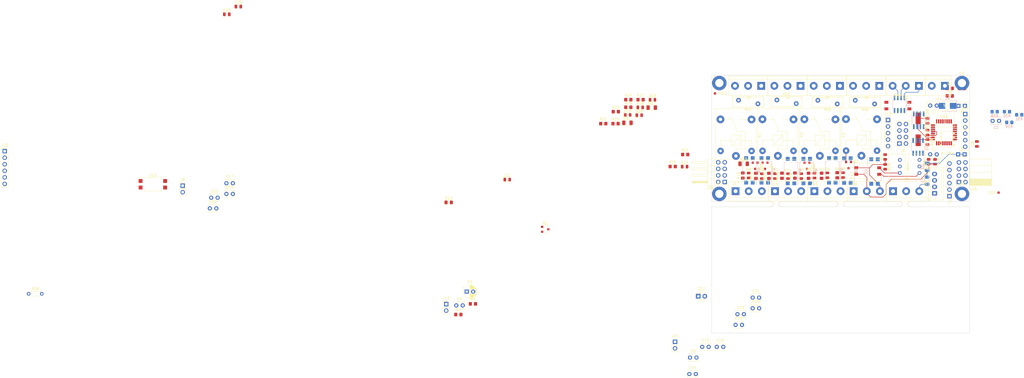
<source format=kicad_pcb>
(kicad_pcb (version 20171130) (host pcbnew "(5.1.9)-1")
  (title_block (date "jeu. 02 avril 2015"))
  (layers (0 Front signal) (1 In1.Cu signal) (2 In2.Cu signal) (31 Back signal) (34 B.Paste user) (35 F.Paste user) (36 B.SilkS user) (37 F.SilkS user) (38 B.Mask user) (39 F.Mask user) (44 Edge.Cuts user))
  (net 0 "")
  (net 1 GND)
  (net 2 /Vin)
  (net 3 +5V)
  (net 4 GNDA)
  (net 5 "Net-(C9-Pad2)")
  (net 6 "Net-(C10-Pad2)")
  (net 7 "Net-(C11-Pad2)")
  (net 8 "Net-(C12-Pad2)")
  (net 9 "Net-(D1-Pad2)")
  (net 10 "Net-(D2-Pad2)")
  (net 11 "Net-(D3-Pad2)")
  (net 12 "Net-(D4-Pad2)")
  (net 13 "Net-(D5-Pad2)")
  (net 14 "Net-(D6-Pad2)")
  (net 15 "Net-(D7-Pad2)")
  (net 16 "Net-(D8-Pad2)")
  (net 17 "Net-(D9-Pad2)")
  (net 18 RX1)
  (net 19 A3)
  (net 20 A2)
  (net 21 A1)
  (net 22 A0)
  (net 23 "Net-(D12-Pad2)")
  (net 24 2)
  (net 25 3)
  (net 26 4)
  (net 27 5)
  (net 28 S2)
  (net 29 S1)
  (net 30 S5)
  (net 31 S4)
  (net 32 S3)
  (net 33 S8)
  (net 34 S7)
  (net 35 S6)
  (net 36 A6)
  (net 37 A7)
  (net 38 "Net-(J7-Pad1)")
  (net 39 INA1)
  (net 40 INA2)
  (net 41 VRL)
  (net 42 RL8)
  (net 43 RL7)
  (net 44 RL6)
  (net 45 RL5)
  (net 46 RL4)
  (net 47 RL3)
  (net 48 A5)
  (net 49 A4)
  (net 50 "Net-(Q1-Pad3)")
  (net 51 TX)
  (net 52 RX)
  (net 53 "Net-(Q1-Pad2)")
  (net 54 OR2)
  (net 55 OR1)
  (net 56 OR3)
  (net 57 OR4)
  (net 58 A)
  (net 59 B)
  (net 60 V)
  (net 61 "Net-(C1-Pad1)")
  (net 62 "Net-(C13-Pad2)")
  (net 63 "Net-(C14-Pad2)")
  (net 64 "Net-(C15-Pad2)")
  (net 65 "Net-(C16-Pad2)")
  (net 66 "Net-(D10-Pad2)")
  (net 67 "Net-(D11-Pad2)")
  (net 68 "Net-(D13-Pad2)")
  (net 69 "Net-(J7-Pad2)")
  (net 70 "Net-(J10-Pad2)")
  (net 71 "Net-(J10-Pad3)")
  (net 72 "Net-(J10-Pad6)")
  (net 73 "Net-(J10-Pad1)")
  (net 74 "Net-(C8-Pad1)")
  (net 75 "Net-(J11-Pad5)")
  (net 76 "Net-(J11-Pad4)")
  (net 77 "Net-(J11-Pad2)")
  (net 78 "Net-(C25-Pad1)")
  (net 79 "Net-(K1-Pad4)")
  (net 80 "Net-(K2-Pad4)")
  (net 81 "Net-(K3-Pad1)")
  (net 82 "Net-(K3-Pad4)")
  (net 83 "Net-(K3-Pad3)")
  (net 84 "Net-(K4-Pad1)")
  (net 85 "Net-(K4-Pad4)")
  (net 86 "Net-(K4-Pad3)")
  (net 87 RESET)
  (net 88 D2)
  (net 89 D13)
  (net 90 D12)
  (net 91 D11)
  (net 92 D10)
  (net 93 D9)
  (net 94 D8)
  (net 95 D7)
  (net 96 D6)
  (net 97 D5)
  (net 98 X2)
  (net 99 X1)
  (net 100 D4)
  (net 101 D3)
  (net 102 "Net-(J9-Pad8)")
  (net 103 "Net-(J9-Pad7)")
  (net 104 "Net-(J9-Pad6)")
  (net 105 "Net-(J9-Pad5)")
  (net 106 "Net-(J9-Pad4)")
  (net 107 "Net-(J9-Pad3)")
  (net 108 "Net-(J9-Pad2)")
  (net 109 "Net-(J9-Pad1)")
  (net 110 "Net-(J24-Pad2)")
  (net 111 "Net-(J24-Pad1)")
  (net 112 "Net-(SW1-Pad3)")
  (net 113 "Net-(SW1-Pad2)")
  (net 114 "Net-(SW1-Pad4)")
  (net 115 "Net-(SW1-Pad1)")
  (net 116 "Net-(J23-Pad4)")
  (net 117 "Net-(J23-Pad3)")
  (net 118 "Net-(J23-Pad2)")
  (net 119 "Net-(J23-Pad1)")
  (net 120 "Net-(D14-Pad2)")
  (net 121 "Net-(D14-Pad1)")
  (net 122 "Net-(Q2-Pad3)")
  (net 123 "Net-(D16-Pad2)")
  (net 124 "Net-(D16-Pad1)")
  (net 125 "Net-(D18-Pad2)")
  (net 126 "Net-(D18-Pad1)")
  (net 127 "Net-(D20-Pad2)")
  (net 128 "Net-(D20-Pad1)")
  (net 129 "Net-(K1-Pad1)")
  (net 130 "Net-(K1-Pad3)")
  (net 131 "Net-(K2-Pad1)")
  (net 132 "Net-(K2-Pad3)")
  (net 133 "Net-(Q3-Pad3)")
  (net 134 "Net-(Q4-Pad3)")
  (net 135 "Net-(Q5-Pad3)")
  (net 136 "Net-(U15-Pad8)")
  (net 137 "Net-(U15-Pad4)")
  (net 138 "Net-(U15-Pad1)")
  (net 139 "Net-(J13-Pad5)")
  (net 140 "Net-(J13-Pad4)")
  (net 141 "Net-(J13-Pad3)")
  (net 142 "Net-(J13-Pad2)")
  (net 143 "Net-(J13-Pad1)")
  (net 144 "Net-(J25-Pad8)")
  (net 145 "Net-(J25-Pad7)")
  (net 146 "Net-(J25-Pad6)")
  (net 147 "Net-(J25-Pad5)")
  (net 148 "Net-(J25-Pad4)")
  (net 149 "Net-(J25-Pad3)")
  (net 150 "Net-(J25-Pad2)")
  (net 151 "Net-(J25-Pad1)")
  (net 152 "Net-(J26-Pad8)")
  (net 153 "Net-(J26-Pad7)")
  (net 154 "Net-(J26-Pad6)")
  (net 155 "Net-(J26-Pad5)")
  (net 156 "Net-(J26-Pad4)")
  (net 157 "Net-(J26-Pad3)")
  (net 158 "Net-(J26-Pad2)")
  (net 159 "Net-(J26-Pad1)")
  (net 160 "Net-(C1-Pad2)")
  (net 161 "Net-(R30-Pad2)")
  (net 162 "Net-(R31-Pad2)")
  (net 163 "Net-(D12-Pad1)")
  (net 164 "Net-(R18-Pad1)")
  (net 165 "Net-(RV3-Pad1)")
  (net 166 "Net-(RV4-Pad1)")
  (module Resistor_SMD:R_0805_2012Metric_Pad1.20x1.40mm_HandSolder (layer Front) (at 258.015001 40.055001)
    (fp_text reference R3 (at 0 -1.65) (layer F.SilkS))
    (fp_text value 1k)
    (pad 2 smd roundrect (at 1 0) (size 1.2 1.4) (layers Front F.Paste F.Mask) (roundrect_rratio 0.208333) (net 52 RX))
    (pad 1 smd roundrect (at -1 0) (size 1.2 1.4) (layers Front F.Paste F.Mask) (roundrect_rratio 0.208333) (net 76 "Net-(J11-Pad4)"))
  )
  (module Resistor_SMD:R_0805_2012Metric_Pad1.20x1.40mm_HandSolder (layer Front) (at 253.265001 43.005001)
    (fp_text reference R2 (at 0 -1.65) (layer F.SilkS))
    (fp_text value 1k)
    (pad 2 smd roundrect (at 1 0) (size 1.2 1.4) (layers Front F.Paste F.Mask) (roundrect_rratio 0.208333) (net 51 TX))
    (pad 1 smd roundrect (at -1 0) (size 1.2 1.4) (layers Front F.Paste F.Mask) (roundrect_rratio 0.208333) (net 75 "Net-(J11-Pad5)"))
  )
  (module Resistor_SMD:R_0805_2012Metric_Pad1.20x1.40mm_HandSolder (layer Front) (at 253.265001 40.055001)
    (fp_text reference R1 (at 0 -1.65) (layer F.SilkS))
    (fp_text value 1k)
    (pad 2 smd roundrect (at 1 0) (size 1.2 1.4) (layers Front F.Paste F.Mask) (roundrect_rratio 0.208333) (net 87 RESET))
    (pad 1 smd roundrect (at -1 0) (size 1.2 1.4) (layers Front F.Paste F.Mask) (roundrect_rratio 0.208333) (net 3 +5V))
  )
  (module Diode_SMD:D_SMB (layer Back) (at 252.43 46.86 180)
    (fp_text reference D1 (at 0 3 180) (layer B.SilkS) (effects (justify mirror)))
    (fp_text value 1N4007)
    (pad 2 smd rect (at 2.15 0 180) (size 2.5 2.3) (layers Back B.Paste B.Mask) (net 9 "Net-(D1-Pad2)"))
    (pad 1 smd rect (at -2.15 0 180) (size 2.5 2.3) (layers Back B.Paste B.Mask) (net 3 +5V))
  )
  (module Resistor_SMD:R_0805_2012Metric_Pad1.20x1.40mm_HandSolder (layer Back) (at 280.19 50.32)
    (fp_text reference R31 (at 0 1.65) (layer B.SilkS) (effects (justify mirror)))
    (fp_text value R)
    (pad 2 smd roundrect (at 1 0) (size 1.2 1.4) (layers Back B.Paste B.Mask) (roundrect_rratio 0.208333) (net 162 "Net-(R31-Pad2)"))
    (pad 1 smd roundrect (at -1 0) (size 1.2 1.4) (layers Back B.Paste B.Mask) (roundrect_rratio 0.208333) (net 161 "Net-(R30-Pad2)"))
  )
  (module Resistor_SMD:R_0805_2012Metric_Pad1.20x1.40mm_HandSolder (layer Back) (at 275.44 49.12)
    (fp_text reference R30 (at 0 1.65) (layer B.SilkS) (effects (justify mirror)))
    (fp_text value R)
    (pad 2 smd roundrect (at 1 0) (size 1.2 1.4) (layers Back B.Paste B.Mask) (roundrect_rratio 0.208333) (net 161 "Net-(R30-Pad2)"))
    (pad 1 smd roundrect (at -1 0) (size 1.2 1.4) (layers Back B.Paste B.Mask) (roundrect_rratio 0.208333) (net 160 "Net-(C1-Pad2)"))
  )
  (module Resistor_SMD:R_0805_2012Metric_Pad1.20x1.40mm_HandSolder (layer Back) (at 276.34 53.27)
    (fp_text reference R29 (at 0 1.65) (layer B.SilkS) (effects (justify mirror)))
    (fp_text value R)
    (pad 2 smd roundrect (at 1 0) (size 1.2 1.4) (layers Back B.Paste B.Mask) (roundrect_rratio 0.208333) (net 61 "Net-(C1-Pad1)"))
    (pad 1 smd roundrect (at -1 0) (size 1.2 1.4) (layers Back B.Paste B.Mask) (roundrect_rratio 0.208333) (net 160 "Net-(C1-Pad2)"))
  )
  (module Resistor_SMD:R_0805_2012Metric_Pad1.20x1.40mm_HandSolder (layer Back) (at 270.69 49.12)
    (fp_text reference R28 (at 0 1.65) (layer B.SilkS) (effects (justify mirror)))
    (fp_text value R)
    (pad 2 smd roundrect (at 1 0) (size 1.2 1.4) (layers Back B.Paste B.Mask) (roundrect_rratio 0.208333) (net 93 D9))
    (pad 1 smd roundrect (at -1 0) (size 1.2 1.4) (layers Back B.Paste B.Mask) (roundrect_rratio 0.208333) (net 61 "Net-(C1-Pad1)"))
  )
  (module Capacitor_THT:C_Disc_D3.8mm_W2.6mm_P2.50mm (layer Back) (at 269.89 52.67)
    (fp_text reference C1 (at 1.25 2.55) (layer B.SilkS) (effects (justify mirror)))
    (fp_text value C_Small)
    (pad 2 thru_hole circle (at 2.5 0) (size 1.6 1.6) (drill 0.8) (layers *.Cu *.Mask) (net 160 "Net-(C1-Pad2)"))
    (pad 1 thru_hole circle (at 0 0) (size 1.6 1.6) (drill 0.8) (layers *.Cu *.Mask) (net 61 "Net-(C1-Pad1)"))
  )
  (module Fuse:Fuse_1206_3216Metric (layer Back) (at 244.47 75.89 270)
    (fp_text reference F1 (at 0 1.82 90) (layer B.SilkS) (effects (justify mirror)))
    (fp_text value Polyfuse_Small)
    (pad 2 smd roundrect (at 1.4 0 270) (size 1.25 1.75) (layers Back B.Paste B.Mask) (roundrect_rratio 0.2) (net 60 V))
    (pad 1 smd roundrect (at -1.4 0 270) (size 1.25 1.75) (layers Back B.Paste B.Mask) (roundrect_rratio 0.2) (net 11 "Net-(D3-Pad2)"))
  )
  (module Diode_SMD:D_1206_3216Metric (layer Back) (at 244.47 70.52 270)
    (fp_text reference D3 (at 0 1.82 90) (layer B.SilkS) (effects (justify mirror)))
    (fp_text value 1N4007)
    (pad 2 smd roundrect (at 1.4 0 270) (size 1.25 1.75) (layers Back B.Paste B.Mask) (roundrect_rratio 0.2) (net 11 "Net-(D3-Pad2)"))
    (pad 1 smd roundrect (at -1.4 0 270) (size 1.25 1.75) (layers Back B.Paste B.Mask) (roundrect_rratio 0.2) (net 2 /Vin))
  )
  (module Connector_PinSocket_2.54mm:PinSocket_2x04_P2.54mm_Horizontal (layer Front) (at 256.83 76.42 180)
    (fp_text reference J25 (at -5.65 -2.77) (layer F.SilkS))
    (fp_text value Conn_02x04_Odd_Even)
    (pad 8 thru_hole oval (at -2.54 7.62 180) (size 1.7 1.7) (drill 1) (layers *.Cu *.Mask) (net 144 "Net-(J25-Pad8)"))
    (pad 7 thru_hole oval (at 0 7.62 180) (size 1.7 1.7) (drill 1) (layers *.Cu *.Mask) (net 145 "Net-(J25-Pad7)"))
    (pad 6 thru_hole oval (at -2.54 5.08 180) (size 1.7 1.7) (drill 1) (layers *.Cu *.Mask) (net 146 "Net-(J25-Pad6)"))
    (pad 5 thru_hole oval (at 0 5.08 180) (size 1.7 1.7) (drill 1) (layers *.Cu *.Mask) (net 147 "Net-(J25-Pad5)"))
    (pad 4 thru_hole oval (at -2.54 2.54 180) (size 1.7 1.7) (drill 1) (layers *.Cu *.Mask) (net 148 "Net-(J25-Pad4)"))
    (pad 3 thru_hole oval (at 0 2.54 180) (size 1.7 1.7) (drill 1) (layers *.Cu *.Mask) (net 149 "Net-(J25-Pad3)"))
    (pad 2 thru_hole oval (at -2.54 0 180) (size 1.7 1.7) (drill 1) (layers *.Cu *.Mask) (net 150 "Net-(J25-Pad2)"))
    (pad 1 thru_hole rect (at 0 0 180) (size 1.7 1.7) (drill 1) (layers *.Cu *.Mask) (net 151 "Net-(J25-Pad1)"))
  )
  (module Connector_PinSocket_2.54mm:PinSocket_2x04_P2.54mm_Vertical (layer Front) (at 233.78 61.49 180)
    (fp_text reference J9 (at -1.27 -2.77) (layer F.SilkS))
    (fp_text value Conn_02x04_Odd_Even)
    (pad 8 thru_hole oval (at -2.54 7.62 180) (size 1.7 1.7) (drill 1) (layers *.Cu *.Mask) (net 102 "Net-(J9-Pad8)"))
    (pad 7 thru_hole oval (at 0 7.62 180) (size 1.7 1.7) (drill 1) (layers *.Cu *.Mask) (net 103 "Net-(J9-Pad7)"))
    (pad 6 thru_hole oval (at -2.54 5.08 180) (size 1.7 1.7) (drill 1) (layers *.Cu *.Mask) (net 104 "Net-(J9-Pad6)"))
    (pad 5 thru_hole oval (at 0 5.08 180) (size 1.7 1.7) (drill 1) (layers *.Cu *.Mask) (net 105 "Net-(J9-Pad5)"))
    (pad 4 thru_hole oval (at -2.54 2.54 180) (size 1.7 1.7) (drill 1) (layers *.Cu *.Mask) (net 106 "Net-(J9-Pad4)"))
    (pad 3 thru_hole oval (at 0 2.54 180) (size 1.7 1.7) (drill 1) (layers *.Cu *.Mask) (net 107 "Net-(J9-Pad3)"))
    (pad 2 thru_hole oval (at -2.54 0 180) (size 1.7 1.7) (drill 1) (layers *.Cu *.Mask) (net 108 "Net-(J9-Pad2)"))
    (pad 1 thru_hole rect (at 0 0 180) (size 1.7 1.7) (drill 1) (layers *.Cu *.Mask) (net 109 "Net-(J9-Pad1)"))
  )
  (module Connector_PinHeader_2.54mm:PinHeader_1x05_P2.54mm_Vertical (layer Front) (at 229.362 52.324)
    (fp_text reference J13 (at 0 -2.33) (layer F.SilkS))
    (fp_text value Conn_01x05)
    (pad 5 thru_hole oval (at 0 10.16) (size 1.7 1.7) (drill 1) (layers *.Cu *.Mask) (net 139 "Net-(J13-Pad5)"))
    (pad 4 thru_hole oval (at 0 7.62) (size 1.7 1.7) (drill 1) (layers *.Cu *.Mask) (net 140 "Net-(J13-Pad4)"))
    (pad 3 thru_hole oval (at 0 5.08) (size 1.7 1.7) (drill 1) (layers *.Cu *.Mask) (net 141 "Net-(J13-Pad3)"))
    (pad 2 thru_hole oval (at 0 2.54) (size 1.7 1.7) (drill 1) (layers *.Cu *.Mask) (net 142 "Net-(J13-Pad2)"))
    (pad 1 thru_hole rect (at 0 0) (size 1.7 1.7) (drill 1) (layers *.Cu *.Mask) (net 143 "Net-(J13-Pad1)"))
  )
  (module Diode_SMD:D_1206_3216Metric (layer Front) (at 137.81 47.53)
    (fp_text reference D21 (at 0 -1.82) (layer F.SilkS))
    (fp_text value TS4148)
    (pad 2 smd roundrect (at 1.4 0) (size 1.25 1.75) (layers Front F.Paste F.Mask) (roundrect_rratio 0.2) (net 128 "Net-(D20-Pad1)"))
    (pad 1 smd roundrect (at -1.4 0) (size 1.25 1.75) (layers Front F.Paste F.Mask) (roundrect_rratio 0.2) (net 3 +5V))
  )
  (module Diode_SMD:D_1206_3216Metric (layer Front) (at 128.41 53.43)
    (fp_text reference D17 (at 0 -1.82) (layer F.SilkS))
    (fp_text value TS4148)
    (pad 2 smd roundrect (at 1.4 0) (size 1.25 1.75) (layers Front F.Paste F.Mask) (roundrect_rratio 0.2) (net 124 "Net-(D16-Pad1)"))
    (pad 1 smd roundrect (at -1.4 0) (size 1.25 1.75) (layers Front F.Paste F.Mask) (roundrect_rratio 0.2) (net 3 +5V))
  )
  (module Diode_SMD:D_1206_3216Metric (layer Front) (at 173.43 69.32)
    (fp_text reference D15 (at 0 -1.82) (layer F.SilkS))
    (fp_text value TS4148)
    (pad 2 smd roundrect (at 1.4 0) (size 1.25 1.75) (layers Front F.Paste F.Mask) (roundrect_rratio 0.2) (net 121 "Net-(D14-Pad1)"))
    (pad 1 smd roundrect (at -1.4 0) (size 1.25 1.75) (layers Front F.Paste F.Mask) (roundrect_rratio 0.2) (net 3 +5V))
  )
  (module Varistor:RV_Disc_D12mm_W3.9mm_P7.5mm (layer Front) (at 216.662 44.704)
    (fp_text reference RV6 (at 3.75 3.65) (layer F.SilkS))
    (fp_text value Varistor)
    (pad 2 thru_hole circle (at 7.5 1.4) (size 1.8 1.8) (drill 0.8) (layers *.Cu *.Mask) (net 86 "Net-(K4-Pad3)"))
    (pad 1 thru_hole circle (at 0 0) (size 1.8 1.8) (drill 0.8) (layers *.Cu *.Mask) (net 84 "Net-(K4-Pad1)"))
  )
  (module Varistor:RV_Disc_D12mm_W3.9mm_P7.5mm (layer Front) (at 202.184 44.704)
    (fp_text reference RV5 (at 3.75 3.65) (layer F.SilkS))
    (fp_text value Varistor)
    (pad 2 thru_hole circle (at 7.5 1.4) (size 1.8 1.8) (drill 0.8) (layers *.Cu *.Mask) (net 83 "Net-(K3-Pad3)"))
    (pad 1 thru_hole circle (at 0 0) (size 1.8 1.8) (drill 0.8) (layers *.Cu *.Mask) (net 81 "Net-(K3-Pad1)"))
  )
  (module Connector_PinHeader_2.54mm:PinHeader_2x04_P2.54mm_Horizontal (layer Front) (at 166.1 76.37 180)
    (fp_text reference J26 (at 5.655 -2.27) (layer F.SilkS))
    (fp_text value Conn_02x04_Odd_Even)
    (pad 8 thru_hole oval (at 2.54 7.62 180) (size 1.7 1.7) (drill 1) (layers *.Cu *.Mask) (net 152 "Net-(J26-Pad8)"))
    (pad 7 thru_hole oval (at 0 7.62 180) (size 1.7 1.7) (drill 1) (layers *.Cu *.Mask) (net 153 "Net-(J26-Pad7)"))
    (pad 6 thru_hole oval (at 2.54 5.08 180) (size 1.7 1.7) (drill 1) (layers *.Cu *.Mask) (net 154 "Net-(J26-Pad6)"))
    (pad 5 thru_hole oval (at 0 5.08 180) (size 1.7 1.7) (drill 1) (layers *.Cu *.Mask) (net 155 "Net-(J26-Pad5)"))
    (pad 4 thru_hole oval (at 2.54 2.54 180) (size 1.7 1.7) (drill 1) (layers *.Cu *.Mask) (net 156 "Net-(J26-Pad4)"))
    (pad 3 thru_hole oval (at 0 2.54 180) (size 1.7 1.7) (drill 1) (layers *.Cu *.Mask) (net 157 "Net-(J26-Pad3)"))
    (pad 2 thru_hole oval (at 2.54 0 180) (size 1.7 1.7) (drill 1) (layers *.Cu *.Mask) (net 158 "Net-(J26-Pad2)"))
    (pad 1 thru_hole rect (at 0 0 180) (size 1.7 1.7) (drill 1) (layers *.Cu *.Mask) (net 159 "Net-(J26-Pad1)"))
  )
  (module TerminalBlock:TerminalBlock_bornier-2_P5.08mm (layer Front) (at 251.39 39.08 180)
    (fp_text reference J24 (at 2.54 -5.08) (layer F.SilkS))
    (fp_text value Conn_01x02)
    (pad 2 thru_hole circle (at 5.08 0 180) (size 3 3) (drill 1.52) (layers *.Cu *.Mask) (net 110 "Net-(J24-Pad2)"))
    (pad 1 thru_hole rect (at 0 0 180) (size 3 3) (drill 1.52) (layers *.Cu *.Mask) (net 111 "Net-(J24-Pad1)"))
  )
  (module TerminalBlock:TerminalBlock_bornier-3_P5.08mm (layer Front) (at 241.31 39.09 180)
    (fp_text reference J6 (at 5.05 -4.65) (layer F.SilkS))
    (fp_text value Conn_01x03)
    (pad 3 thru_hole circle (at 10.16 0 180) (size 3 3) (drill 1.52) (layers *.Cu *.Mask) (net 58 A))
    (pad 2 thru_hole circle (at 5.08 0 180) (size 3 3) (drill 1.52) (layers *.Cu *.Mask) (net 59 B))
    (pad 1 thru_hole rect (at 0 0 180) (size 3 3) (drill 1.52) (layers *.Cu *.Mask) (net 3 +5V))
  )
  (module TerminalBlock:TerminalBlock_bornier-3_P5.08mm (layer Front) (at 225.98 39.09 180)
    (fp_text reference J5 (at 5.05 -4.65) (layer F.SilkS))
    (fp_text value Conn_01x03)
    (pad 3 thru_hole circle (at 10.16 0 180) (size 3 3) (drill 1.52) (layers *.Cu *.Mask) (net 56 OR3))
    (pad 2 thru_hole circle (at 5.08 0 180) (size 3 3) (drill 1.52) (layers *.Cu *.Mask) (net 57 OR4))
    (pad 1 thru_hole rect (at 0 0 180) (size 3 3) (drill 1.52) (layers *.Cu *.Mask) (net 1 GND))
  )
  (module TerminalBlock:TerminalBlock_bornier-3_P5.08mm (layer Front) (at 195.48 39.09 180)
    (fp_text reference J4 (at 5.05 -4.65) (layer F.SilkS))
    (fp_text value Conn_01x03)
    (pad 3 thru_hole circle (at 10.16 0 180) (size 3 3) (drill 1.52) (layers *.Cu *.Mask) (net 47 RL3))
    (pad 2 thru_hole circle (at 5.08 0 180) (size 3 3) (drill 1.52) (layers *.Cu *.Mask) (net 54 OR2))
    (pad 1 thru_hole rect (at 0 0 180) (size 3 3) (drill 1.52) (layers *.Cu *.Mask) (net 55 OR1))
  )
  (module TerminalBlock:TerminalBlock_bornier-3_P5.08mm (layer Front) (at 180.23 39.09 180)
    (fp_text reference J3 (at 5.05 -4.65) (layer F.SilkS))
    (fp_text value Conn_01x03)
    (pad 3 thru_hole circle (at 10.16 0 180) (size 3 3) (drill 1.52) (layers *.Cu *.Mask) (net 44 RL6))
    (pad 2 thru_hole circle (at 5.08 0 180) (size 3 3) (drill 1.52) (layers *.Cu *.Mask) (net 45 RL5))
    (pad 1 thru_hole rect (at 0 0 180) (size 3 3) (drill 1.52) (layers *.Cu *.Mask) (net 46 RL4))
  )
  (module TerminalBlock:TerminalBlock_bornier-3_P5.08mm (layer Front) (at 210.73 39.09 180)
    (fp_text reference J2 (at 5.05 -4.65) (layer F.SilkS))
    (fp_text value Conn_01x03)
    (pad 3 thru_hole circle (at 10.16 0 180) (size 3 3) (drill 1.52) (layers *.Cu *.Mask) (net 41 VRL))
    (pad 2 thru_hole circle (at 5.08 0 180) (size 3 3) (drill 1.52) (layers *.Cu *.Mask) (net 42 RL8))
    (pad 1 thru_hole rect (at 0 0 180) (size 3 3) (drill 1.52) (layers *.Cu *.Mask) (net 43 RL7))
  )
  (module TerminalBlock:TerminalBlock_bornier-3_P5.08mm (layer Front) (at 231.31 79.95)
    (fp_text reference J20 (at 5.05 -4.65) (layer F.SilkS))
    (fp_text value Conn_01x03)
    (pad 3 thru_hole circle (at 10.16 0) (size 3 3) (drill 1.52) (layers *.Cu *.Mask) (net 60 V))
    (pad 2 thru_hole circle (at 5.08 0) (size 3 3) (drill 1.52) (layers *.Cu *.Mask) (net 1 GND))
    (pad 1 thru_hole rect (at 0 0) (size 3 3) (drill 1.52) (layers *.Cu *.Mask) (net 1 GND))
  )
  (module TerminalBlock:TerminalBlock_bornier-3_P5.08mm (layer Front) (at 185.56 79.95)
    (fp_text reference J19 (at 0.01 -2.65) (layer F.SilkS))
    (fp_text value Conn_01x03)
    (pad 3 thru_hole circle (at 10.16 0) (size 3 3) (drill 1.52) (layers *.Cu *.Mask) (net 30 S5))
    (pad 2 thru_hole circle (at 5.08 0) (size 3 3) (drill 1.52) (layers *.Cu *.Mask) (net 31 S4))
    (pad 1 thru_hole rect (at 0 0) (size 3 3) (drill 1.52) (layers *.Cu *.Mask) (net 32 S3))
  )
  (module TerminalBlock:TerminalBlock_bornier-3_P5.08mm (layer Front) (at 216.06 79.95)
    (fp_text reference J18 (at 0.01 -2.66) (layer F.SilkS))
    (fp_text value Conn_01x03)
    (pad 3 thru_hole circle (at 10.16 0) (size 3 3) (drill 1.52) (layers *.Cu *.Mask) (net 40 INA2))
    (pad 2 thru_hole circle (at 5.08 0) (size 3 3) (drill 1.52) (layers *.Cu *.Mask) (net 39 INA1))
    (pad 1 thru_hole rect (at 0 0) (size 3 3) (drill 1.52) (layers *.Cu *.Mask) (net 1 GND))
  )
  (module TerminalBlock:TerminalBlock_bornier-3_P5.08mm (layer Front) (at 170.31 79.95)
    (fp_text reference J17 (at 0.01 -3.06) (layer F.SilkS))
    (fp_text value Conn_01x03)
    (pad 3 thru_hole circle (at 10.16 0) (size 3 3) (drill 1.52) (layers *.Cu *.Mask) (net 28 S2))
    (pad 2 thru_hole circle (at 5.08 0) (size 3 3) (drill 1.52) (layers *.Cu *.Mask) (net 29 S1))
    (pad 1 thru_hole rect (at 0 0) (size 3 3) (drill 1.52) (layers *.Cu *.Mask) (net 4 GNDA))
  )
  (module TerminalBlock:TerminalBlock_bornier-3_P5.08mm (layer Front) (at 200.81 79.95)
    (fp_text reference J16 (at -0.03 -2.8) (layer F.SilkS))
    (fp_text value Conn_01x03)
    (pad 3 thru_hole circle (at 10.16 0) (size 3 3) (drill 1.52) (layers *.Cu *.Mask) (net 33 S8))
    (pad 2 thru_hole circle (at 5.08 0) (size 3 3) (drill 1.52) (layers *.Cu *.Mask) (net 34 S7))
    (pad 1 thru_hole rect (at 0 0) (size 3 3) (drill 1.52) (layers *.Cu *.Mask) (net 35 S6))
  )
  (module Package_SO:SOIC-8_3.9x4.9mm_P1.27mm (layer Back) (at 241.25 52.45 90)
    (fp_text reference U15 (at 0 3.4 90) (layer B.SilkS) (effects (justify mirror)))
    (fp_text value LM358)
    (pad 8 smd roundrect (at 2.475 1.905 90) (size 1.95 0.6) (layers Back B.Paste B.Mask) (net 136 "Net-(U15-Pad8)"))
    (pad 7 smd roundrect (at 2.475 0.635 90) (size 1.95 0.6) (layers Back B.Paste B.Mask) (net 162 "Net-(R31-Pad2)"))
    (pad 6 smd roundrect (at 2.475 -0.635 90) (size 1.95 0.6) (layers Back B.Paste B.Mask) (net 161 "Net-(R30-Pad2)"))
    (pad 5 smd roundrect (at 2.475 -1.905 90) (size 1.95 0.6) (layers Back B.Paste B.Mask) (net 138 "Net-(U15-Pad1)"))
    (pad 4 smd roundrect (at -2.475 -1.905 90) (size 1.95 0.6) (layers Back B.Paste B.Mask) (net 137 "Net-(U15-Pad4)"))
    (pad 3 smd roundrect (at -2.475 -0.635 90) (size 1.95 0.6) (layers Back B.Paste B.Mask) (net 61 "Net-(C1-Pad1)"))
    (pad 2 smd roundrect (at -2.475 0.635 90) (size 1.95 0.6) (layers Back B.Paste B.Mask) (net 138 "Net-(U15-Pad1)"))
    (pad 1 smd roundrect (at -2.475 1.905 90) (size 1.95 0.6) (layers Back B.Paste B.Mask) (net 138 "Net-(U15-Pad1)"))
  )
  (module Resistor_SMD:R_0805_2012Metric_Pad1.20x1.40mm_HandSolder (layer Front) (at 133.49 44.445)
    (fp_text reference R27 (at 0 -1.65) (layer F.SilkS))
    (fp_text value R)
    (pad 2 smd roundrect (at 1 0) (size 1.2 1.4) (layers Front F.Paste F.Mask) (roundrect_rratio 0.208333) (net 3 +5V))
    (pad 1 smd roundrect (at -1 0) (size 1.2 1.4) (layers Front F.Paste F.Mask) (roundrect_rratio 0.208333) (net 127 "Net-(D20-Pad2)"))
  )
  (module Resistor_SMD:R_0805_2012Metric_Pad1.20x1.40mm_HandSolder (layer Front) (at 128.74 47.395)
    (fp_text reference R26 (at 0 -1.65) (layer F.SilkS))
    (fp_text value R)
    (pad 2 smd roundrect (at 1 0) (size 1.2 1.4) (layers Front F.Paste F.Mask) (roundrect_rratio 0.208333) (net 3 +5V))
    (pad 1 smd roundrect (at -1 0) (size 1.2 1.4) (layers Front F.Paste F.Mask) (roundrect_rratio 0.208333) (net 125 "Net-(D18-Pad2)"))
  )
  (module Resistor_SMD:R_0805_2012Metric_Pad1.20x1.40mm_HandSolder (layer Front) (at 123.79 53.745)
    (fp_text reference R25 (at 0 -1.65) (layer F.SilkS))
    (fp_text value R)
    (pad 2 smd roundrect (at 1 0) (size 1.2 1.4) (layers Front F.Paste F.Mask) (roundrect_rratio 0.208333) (net 89 D13))
    (pad 1 smd roundrect (at -1 0) (size 1.2 1.4) (layers Front F.Paste F.Mask) (roundrect_rratio 0.208333) (net 135 "Net-(Q5-Pad3)"))
  )
  (module Resistor_SMD:R_0805_2012Metric_Pad1.20x1.40mm_HandSolder (layer Front) (at 128.74 44.445)
    (fp_text reference R24 (at 0 -1.65) (layer F.SilkS))
    (fp_text value R)
    (pad 2 smd roundrect (at 1 0) (size 1.2 1.4) (layers Front F.Paste F.Mask) (roundrect_rratio 0.208333) (net 90 D12))
    (pad 1 smd roundrect (at -1 0) (size 1.2 1.4) (layers Front F.Paste F.Mask) (roundrect_rratio 0.208333) (net 134 "Net-(Q4-Pad3)"))
  )
  (module Resistor_SMD:R_0805_2012Metric_Pad1.20x1.40mm_HandSolder (layer Front) (at 123.89 49.095)
    (fp_text reference R23 (at 0 -1.65) (layer F.SilkS))
    (fp_text value R)
    (pad 2 smd roundrect (at 1 0) (size 1.2 1.4) (layers Front F.Paste F.Mask) (roundrect_rratio 0.208333) (net 3 +5V))
    (pad 1 smd roundrect (at -1 0) (size 1.2 1.4) (layers Front F.Paste F.Mask) (roundrect_rratio 0.208333) (net 123 "Net-(D16-Pad2)"))
  )
  (module Resistor_SMD:R_0805_2012Metric_Pad1.20x1.40mm_HandSolder (layer Front) (at 119.04 53.745)
    (fp_text reference R22 (at 0 -1.65) (layer F.SilkS))
    (fp_text value R)
    (pad 2 smd roundrect (at 1 0) (size 1.2 1.4) (layers Front F.Paste F.Mask) (roundrect_rratio 0.208333) (net 96 D6))
    (pad 1 smd roundrect (at -1 0) (size 1.2 1.4) (layers Front F.Paste F.Mask) (roundrect_rratio 0.208333) (net 133 "Net-(Q3-Pad3)"))
  )
  (module Package_TO_SOT_SMD:SC-59 (layer Front) (at 177.89 70.1 270)
    (fp_text reference Q5 (at 0 -2.5 90) (layer F.SilkS))
    (fp_text value 2SC1815)
    (pad 3 smd rect (at 1.2 0 270) (size 0.9 0.8) (layers Front F.Paste F.Mask) (net 135 "Net-(Q5-Pad3)"))
    (pad 2 smd rect (at -1.2 0.95 270) (size 0.9 0.8) (layers Front F.Paste F.Mask) (net 128 "Net-(D20-Pad1)"))
    (pad 1 smd rect (at -1.2 -0.95 270) (size 0.9 0.8) (layers Front F.Paste F.Mask) (net 1 GND))
  )
  (module Package_TO_SOT_SMD:SC-59 (layer Front) (at 181.71 70.1 270)
    (fp_text reference Q4 (at 0 -2.5 90) (layer F.SilkS))
    (fp_text value 2SC1815)
    (pad 3 smd rect (at 1.2 0 270) (size 0.9 0.8) (layers Front F.Paste F.Mask) (net 134 "Net-(Q4-Pad3)"))
    (pad 2 smd rect (at -1.2 0.95 270) (size 0.9 0.8) (layers Front F.Paste F.Mask) (net 126 "Net-(D18-Pad1)"))
    (pad 1 smd rect (at -1.2 -0.95 270) (size 0.9 0.8) (layers Front F.Paste F.Mask) (net 1 GND))
  )
  (module Package_TO_SOT_SMD:SC-59 (layer Front) (at 214.05 69.84 270)
    (fp_text reference Q3 (at -1.31 -2.89 180) (layer F.SilkS))
    (fp_text value 2SC1815)
    (pad 3 smd rect (at 1.2 0 270) (size 0.9 0.8) (layers Front F.Paste F.Mask) (net 133 "Net-(Q3-Pad3)"))
    (pad 2 smd rect (at -1.2 0.95 270) (size 0.9 0.8) (layers Front F.Paste F.Mask) (net 124 "Net-(D16-Pad1)"))
    (pad 1 smd rect (at -1.2 -0.95 270) (size 0.9 0.8) (layers Front F.Paste F.Mask) (net 1 GND))
  )
  (module LED_SMD:LED_0805_2012Metric (layer Front) (at 132.96 50.48)
    (fp_text reference D20 (at 0 -1.65) (layer F.SilkS))
    (fp_text value LED)
    (pad 2 smd roundrect (at 0.9375 0) (size 0.975 1.4) (layers Front F.Paste F.Mask) (net 127 "Net-(D20-Pad2)"))
    (pad 1 smd roundrect (at -0.9375 0) (size 0.975 1.4) (layers Front F.Paste F.Mask) (net 128 "Net-(D20-Pad1)"))
  )
  (module Diode_SMD:D_0805_2012Metric (layer Front) (at 138.11 44.49)
    (fp_text reference D19 (at 0 -1.65) (layer F.SilkS))
    (fp_text value TS4148)
    (pad 2 smd roundrect (at 0.9375 0) (size 0.975 1.4) (layers Front F.Paste F.Mask) (net 126 "Net-(D18-Pad1)"))
    (pad 1 smd roundrect (at -0.9375 0) (size 0.975 1.4) (layers Front F.Paste F.Mask) (net 3 +5V))
  )
  (module LED_SMD:LED_0805_2012Metric (layer Front) (at 133.36 47.44)
    (fp_text reference D18 (at 0 -1.65) (layer F.SilkS))
    (fp_text value LED)
    (pad 2 smd roundrect (at 0.9375 0) (size 0.975 1.4) (layers Front F.Paste F.Mask) (net 125 "Net-(D18-Pad2)"))
    (pad 1 smd roundrect (at -0.9375 0) (size 0.975 1.4) (layers Front F.Paste F.Mask) (net 126 "Net-(D18-Pad1)"))
  )
  (module LED_SMD:LED_0805_2012Metric (layer Front) (at 128.51 50.39)
    (fp_text reference D16 (at 0 -1.65) (layer F.SilkS))
    (fp_text value LED)
    (pad 2 smd roundrect (at 0.9375 0) (size 0.975 1.4) (layers Front F.Paste F.Mask) (net 123 "Net-(D16-Pad2)"))
    (pad 1 smd roundrect (at -0.9375 0) (size 0.975 1.4) (layers Front F.Paste F.Mask) (net 124 "Net-(D16-Pad1)"))
  )
  (module Resistor_SMD:R_0805_2012Metric_Pad1.20x1.40mm_HandSolder (layer Front) (at 150.79 65.735)
    (fp_text reference R21 (at 0 -1.65) (layer F.SilkS))
    (fp_text value R)
    (pad 2 smd roundrect (at 1 0) (size 1.2 1.4) (layers Front F.Paste F.Mask) (roundrect_rratio 0.208333) (net 3 +5V))
    (pad 1 smd roundrect (at -1 0) (size 1.2 1.4) (layers Front F.Paste F.Mask) (roundrect_rratio 0.208333) (net 120 "Net-(D14-Pad2)"))
  )
  (module Resistor_SMD:R_0805_2012Metric_Pad1.20x1.40mm_HandSolder (layer Front) (at 145.94 70.385)
    (fp_text reference R20 (at 0 -1.65) (layer F.SilkS))
    (fp_text value R)
    (pad 2 smd roundrect (at 1 0) (size 1.2 1.4) (layers Front F.Paste F.Mask) (roundrect_rratio 0.208333) (net 91 D11))
    (pad 1 smd roundrect (at -1 0) (size 1.2 1.4) (layers Front F.Paste F.Mask) (roundrect_rratio 0.208333) (net 122 "Net-(Q2-Pad3)"))
  )
  (module Package_TO_SOT_SMD:SC-59 (layer Front) (at 197.96 70.11 270)
    (fp_text reference Q2 (at 0 -2.5 90) (layer F.SilkS))
    (fp_text value 2SC1815)
    (pad 3 smd rect (at 1.2 0 270) (size 0.9 0.8) (layers Front F.Paste F.Mask) (net 122 "Net-(Q2-Pad3)"))
    (pad 2 smd rect (at -1.2 0.95 270) (size 0.9 0.8) (layers Front F.Paste F.Mask) (net 121 "Net-(D14-Pad1)"))
    (pad 1 smd rect (at -1.2 -0.95 270) (size 0.9 0.8) (layers Front F.Paste F.Mask) (net 1 GND))
  )
  (module LED_SMD:LED_0805_2012Metric (layer Front) (at 150.56 70.43)
    (fp_text reference D14 (at 0 -1.65) (layer F.SilkS))
    (fp_text value LED)
    (pad 2 smd roundrect (at 0.9375 0) (size 0.975 1.4) (layers Front F.Paste F.Mask) (net 120 "Net-(D14-Pad2)"))
    (pad 1 smd roundrect (at -0.9375 0) (size 0.975 1.4) (layers Front F.Paste F.Mask) (net 121 "Net-(D14-Pad1)"))
  )
  (module LED_SMD:LED_0805_2012Metric (layer Front) (at 190.63 74.1075 90)
    (fp_text reference D11 (at 2.2375 0 180) (layer F.SilkS))
    (fp_text value LED)
    (pad 2 smd roundrect (at 0.9375 0 90) (size 0.975 1.4) (layers Front F.Paste F.Mask) (net 67 "Net-(D11-Pad2)"))
    (pad 1 smd roundrect (at -0.9375 0 90) (size 0.975 1.4) (layers Front F.Paste F.Mask) (net 65 "Net-(C16-Pad2)"))
  )
  (module LED_SMD:LED_0805_2012Metric (layer Front) (at 185.57 74.1075 90)
    (fp_text reference D10 (at 2.2475 0.01 180) (layer F.SilkS))
    (fp_text value LED)
    (pad 2 smd roundrect (at 0.9375 0 90) (size 0.975 1.4) (layers Front F.Paste F.Mask) (net 66 "Net-(D10-Pad2)"))
    (pad 1 smd roundrect (at -0.9375 0 90) (size 0.975 1.4) (layers Front F.Paste F.Mask) (net 64 "Net-(C15-Pad2)"))
  )
  (module LED_SMD:LED_0805_2012Metric (layer Front) (at 180.48 74.1225 90)
    (fp_text reference D9 (at 2.3025 0.07 180) (layer F.SilkS))
    (fp_text value LED)
    (pad 2 smd roundrect (at 0.9375 0 90) (size 0.975 1.4) (layers Front F.Paste F.Mask) (net 17 "Net-(D9-Pad2)"))
    (pad 1 smd roundrect (at -0.9375 0 90) (size 0.975 1.4) (layers Front F.Paste F.Mask) (net 63 "Net-(C14-Pad2)"))
  )
  (module LED_SMD:LED_0805_2012Metric (layer Front) (at 175.39 73.8625 90)
    (fp_text reference D8 (at 2.2225 -0.01 180) (layer F.SilkS))
    (fp_text value LED)
    (pad 2 smd roundrect (at 0.9375 0 90) (size 0.975 1.4) (layers Front F.Paste F.Mask) (net 16 "Net-(D8-Pad2)"))
    (pad 1 smd roundrect (at -0.9375 0 90) (size 0.975 1.4) (layers Front F.Paste F.Mask) (net 62 "Net-(C13-Pad2)"))
  )
  (module LED_SMD:LED_0805_2012Metric (layer Front) (at 195.73 74.0975 90)
    (fp_text reference D7 (at 2.2175 0 180) (layer F.SilkS))
    (fp_text value LED)
    (pad 2 smd roundrect (at 0.9375 0 90) (size 0.975 1.4) (layers Front F.Paste F.Mask) (net 15 "Net-(D7-Pad2)"))
    (pad 1 smd roundrect (at -0.9375 0 90) (size 0.975 1.4) (layers Front F.Paste F.Mask) (net 8 "Net-(C12-Pad2)"))
  )
  (module LED_SMD:LED_0805_2012Metric (layer Front) (at 200.86 73.8925 90)
    (fp_text reference D6 (at 2.2225 0.06 180) (layer F.SilkS))
    (fp_text value LED)
    (pad 2 smd roundrect (at 0.9375 0 90) (size 0.975 1.4) (layers Front F.Paste F.Mask) (net 14 "Net-(D6-Pad2)"))
    (pad 1 smd roundrect (at -0.9375 0 90) (size 0.975 1.4) (layers Front F.Paste F.Mask) (net 7 "Net-(C11-Pad2)"))
  )
  (module LED_SMD:LED_0805_2012Metric (layer Front) (at 205.86 73.7875 90)
    (fp_text reference D5 (at 2.3675 0.07 180) (layer F.SilkS))
    (fp_text value LED)
    (pad 2 smd roundrect (at 0.9375 0 90) (size 0.975 1.4) (layers Front F.Paste F.Mask) (net 13 "Net-(D5-Pad2)"))
    (pad 1 smd roundrect (at -0.9375 0 90) (size 0.975 1.4) (layers Front F.Paste F.Mask) (net 6 "Net-(C10-Pad2)"))
  )
  (module LED_SMD:LED_0805_2012Metric (layer Front) (at 211.93 73.7225 90)
    (fp_text reference D4 (at 2.3725 0.04 180) (layer F.SilkS))
    (fp_text value LED)
    (pad 2 smd roundrect (at 0.9375 0 90) (size 0.975 1.4) (layers Front F.Paste F.Mask) (net 12 "Net-(D4-Pad2)"))
    (pad 1 smd roundrect (at -0.9375 0 90) (size 0.975 1.4) (layers Front F.Paste F.Mask) (net 5 "Net-(C9-Pad2)"))
  )
  (module Resistor_SMD:R_0805_2012Metric (layer Front) (at 228.24 66.6825 270)
    (fp_text reference R17 (at -0.0375 1.62 90) (layer F.SilkS))
    (fp_text value R_Small)
    (pad 2 smd roundrect (at 0.9125 0 270) (size 1.025 1.4) (layers Front F.Paste F.Mask) (roundrect_rratio 0.243902) (net 40 INA2))
    (pad 1 smd roundrect (at -0.9125 0 270) (size 1.025 1.4) (layers Front F.Paste F.Mask) (roundrect_rratio 0.243902) (net 37 A7))
  )
  (module Resistor_SMD:R_0805_2012Metric (layer Front) (at 247.58 68.5325 270)
    (fp_text reference R16 (at 0 -1.65 90) (layer F.SilkS))
    (fp_text value R_Small)
    (pad 2 smd roundrect (at 0.9125 0 270) (size 1.025 1.4) (layers Front F.Paste F.Mask) (roundrect_rratio 0.243902) (net 39 INA1))
    (pad 1 smd roundrect (at -0.9125 0 270) (size 1.025 1.4) (layers Front F.Paste F.Mask) (roundrect_rratio 0.243902) (net 36 A6))
  )
  (module Resistor_SMD:R_0805_2012Metric (layer Front) (at 228.25 70.5025 270)
    (fp_text reference R15 (at 0 -1.65 90) (layer F.SilkS))
    (fp_text value R_Small)
    (pad 2 smd roundrect (at 0.9125 0 270) (size 1.025 1.4) (layers Front F.Paste F.Mask) (roundrect_rratio 0.243902) (net 1 GND))
    (pad 1 smd roundrect (at -0.9125 0 270) (size 1.025 1.4) (layers Front F.Paste F.Mask) (roundrect_rratio 0.243902) (net 40 INA2))
  )
  (module Resistor_SMD:R_0805_2012Metric (layer Front) (at 245.1 68.5075 90)
    (fp_text reference R14 (at 0 -1.65 90) (layer F.SilkS))
    (fp_text value R_Small)
    (pad 2 smd roundrect (at 0.9125 0 90) (size 1.025 1.4) (layers Front F.Paste F.Mask) (roundrect_rratio 0.243902) (net 1 GND))
    (pad 1 smd roundrect (at -0.9125 0 90) (size 1.025 1.4) (layers Front F.Paste F.Mask) (roundrect_rratio 0.243902) (net 39 INA1))
  )
  (module Capacitor_SMD:C_0805_2012Metric (layer Front) (at 244.67 57.21 90)
    (fp_text reference C27 (at 2.24 -0.08 180) (layer F.SilkS))
    (fp_text value 100n)
    (pad 2 smd roundrect (at 0.95 0 90) (size 1 1.45) (layers Front F.Paste F.Mask) (net 1 GND))
    (pad 1 smd roundrect (at -0.95 0 90) (size 1 1.45) (layers Front F.Paste F.Mask) (net 3 +5V))
  )
  (module Capacitor_SMD:C_0805_2012Metric (layer Front) (at -22.37 8.31)
    (fp_text reference C26 (at 0 -1.68) (layer F.SilkS))
    (fp_text value 100n)
    (pad 2 smd roundrect (at 0.95 0) (size 1 1.45) (layers Front F.Paste F.Mask) (net 1 GND))
    (pad 1 smd roundrect (at -0.95 0) (size 1 1.45) (layers Front F.Paste F.Mask) (net 3 +5V))
  )
  (module Capacitor_SMD:C_0805_2012Metric (layer Front) (at -26.82 11.32)
    (fp_text reference C25 (at 0 -1.68) (layer F.SilkS))
    (fp_text value 100n)
    (pad 2 smd roundrect (at 0.95 0) (size 1 1.45) (layers Front F.Paste F.Mask) (net 1 GND))
    (pad 1 smd roundrect (at -0.95 0) (size 1 1.45) (layers Front F.Paste F.Mask) (net 78 "Net-(C25-Pad1)"))
  )
  (module Capacitor_SMD:C_0805_2012Metric (layer Front) (at 263.8 61.62 90)
    (fp_text reference C8 (at 0 -1.68 90) (layer F.SilkS))
    (fp_text value 100n)
    (pad 2 smd roundrect (at 0.95 0 90) (size 1 1.45) (layers Front F.Paste F.Mask) (net 87 RESET))
    (pad 1 smd roundrect (at -0.95 0 90) (size 1 1.45) (layers Front F.Paste F.Mask) (net 74 "Net-(C8-Pad1)"))
  )
  (module Connector_JST:JST_XH_B4B-XH-AM_1x04_P2.50mm_Vertical (layer Front) (at 247.396 80.772 90)
    (fp_text reference J23 (at 3.75 -3.55 90) (layer F.SilkS))
    (fp_text value Conn_01x04)
    (pad "" np_thru_hole circle (at -1.6 2 90) (size 1.2 1.2) (drill 1.2) (layers *.Cu *.Mask))
    (pad 4 thru_hole oval (at 7.5 0 90) (size 1.7 1.95) (drill 0.95) (layers *.Cu *.Mask) (net 116 "Net-(J23-Pad4)"))
    (pad 3 thru_hole oval (at 5 0 90) (size 1.7 1.95) (drill 0.95) (layers *.Cu *.Mask) (net 117 "Net-(J23-Pad3)"))
    (pad 2 thru_hole oval (at 2.5 0 90) (size 1.7 1.95) (drill 0.95) (layers *.Cu *.Mask) (net 118 "Net-(J23-Pad2)"))
    (pad 1 thru_hole roundrect (at 0 0 90) (size 1.7 1.95) (drill 0.95) (layers *.Cu *.Mask) (roundrect_rratio 0.147059) (net 119 "Net-(J23-Pad1)"))
  )
  (module MP1584EN:SRT_MPT1584EN_Module (layer Front) (at 251.928 55.49 90)
    (fp_text reference J22 (at 0 7.3152 270) (layer F.SilkS))
    (fp_text value MP1584)
    (fp_text user - (at -8.1534 -4.9276 90) (layer F.SilkS))
    (fp_text user + (at -8.1026 5.7531 90) (layer F.SilkS))
    (fp_text user - (at 6.4262 -4.9276 90) (layer F.SilkS))
    (fp_text user + (at 6.5278 5.7277 90) (layer F.SilkS))
    (fp_text user 9-28V (at -9.7536 0.3048 180) (layer F.SilkS))
    (fp_text user "5 V" (at 8.8138 0.0508 180) (layer F.SilkS))
    (pad 1 thru_hole rect (at -10.16 4.572 180) (size 1.6 1.6) (drill 0.8) (layers *.Cu B.Mask) (net 2 /Vin))
    (pad 1 thru_hole rect (at -10.16 7.112 180) (size 1.6 1.6) (drill 0.8) (layers *.Cu B.Mask) (net 2 /Vin))
    (pad 3 thru_hole rect (at 8.636 7.239 180) (size 1.6 1.6) (drill 0.8) (layers *.Cu B.Mask) (net 3 +5V))
    (pad 3 thru_hole rect (at 8.636 4.699 180) (size 1.6 1.6) (drill 0.8) (layers *.Cu B.Mask) (net 3 +5V))
    (pad 2 thru_hole oval (at -10.1854 -3.683 180) (size 1.6 1.6) (drill 0.8) (layers *.Cu B.Mask) (net 1 GND))
    (pad 2 thru_hole oval (at -10.16 -6.223 180) (size 1.6 1.6) (drill 0.8) (layers *.Cu B.Mask) (net 1 GND))
    (pad 4 thru_hole oval (at 8.763 -6.223 180) (size 1.6 1.6) (drill 0.8) (layers *.Cu B.Mask) (net 1 GND))
    (pad 4 thru_hole oval (at 8.7376 -3.683 180) (size 1.6 1.6) (drill 0.8) (layers *.Cu B.Mask) (net 1 GND))
  )
  (module Capacitor_SMD:C_0805_2012Metric (layer Front) (at 244.65 60.89 270)
    (fp_text reference C29 (at 0 -1.68 90) (layer F.SilkS))
    (fp_text value 22p)
    (pad 2 smd roundrect (at 0.95 0 270) (size 1 1.45) (layers Front F.Paste F.Mask) (net 1 GND))
    (pad 1 smd roundrect (at -0.95 0 270) (size 1 1.45) (layers Front F.Paste F.Mask) (net 98 X2))
  )
  (module Capacitor_SMD:C_0805_2012Metric (layer Front) (at 244.68 52.65 270)
    (fp_text reference C28 (at -3.08 -0.05 270) (layer F.SilkS))
    (fp_text value 22p)
    (pad 2 smd roundrect (at 0.95 0 270) (size 1 1.45) (layers Front F.Paste F.Mask) (net 1 GND))
    (pad 1 smd roundrect (at -0.95 0 270) (size 1 1.45) (layers Front F.Paste F.Mask) (net 99 X1))
  )
  (module Button_Switch_SMD:SW_DIP_SPSTx02_Slide_Omron_A6S-210x_W8.9mm_P2.54mm (layer Front) (at 233.172 46.736)
    (fp_text reference SW1 (at 0 -4.07) (layer F.SilkS))
    (fp_text value SW_DIP_x02)
    (pad 4 smd rect (at 4.45 -1.27) (size 1.5 1.1) (layers Front F.Paste F.Mask) (net 114 "Net-(SW1-Pad4)"))
    (pad 2 smd rect (at -4.45 1.27) (size 1.5 1.1) (layers Front F.Paste F.Mask) (net 113 "Net-(SW1-Pad2)"))
    (pad 3 smd rect (at 4.45 1.27) (size 1.5 1.1) (layers Front F.Paste F.Mask) (net 112 "Net-(SW1-Pad3)"))
    (pad 1 smd rect (at -4.45 -1.27) (size 1.5 1.1) (layers Front F.Paste F.Mask) (net 115 "Net-(SW1-Pad1)"))
  )
  (module Button_Switch_SMD:SW_DIP_SPSTx02_Slide_Omron_A6S-210x_W8.9mm_P2.54mm (layer Front) (at 221.488 72.136 180)
    (fp_text reference SW2 (at 6.328 -1.704 90) (layer F.SilkS))
    (fp_text value SW_DIP_x02)
    (pad 4 smd rect (at 4.45 -1.27 180) (size 1.5 1.1) (layers Front F.Paste F.Mask) (net 39 INA1))
    (pad 2 smd rect (at -4.45 1.27 180) (size 1.5 1.1) (layers Front F.Paste F.Mask) (net 166 "Net-(RV4-Pad1)"))
    (pad 3 smd rect (at 4.45 1.27 180) (size 1.5 1.1) (layers Front F.Paste F.Mask) (net 40 INA2))
    (pad 1 smd rect (at -4.45 -1.27 180) (size 1.5 1.1) (layers Front F.Paste F.Mask) (net 165 "Net-(RV3-Pad1)"))
  )
  (module Diode_SMD:D_0805_2012Metric (layer Front) (at 81.837 75.457)
    (fp_text reference D2 (at 0 -1.65) (layer F.SilkS))
    (fp_text value TS4148)
    (pad 2 smd roundrect (at 0.9375 0) (size 0.975 1.4) (layers Front F.Paste F.Mask) (net 10 "Net-(D2-Pad2)"))
    (pad 1 smd roundrect (at -0.9375 0) (size 0.975 1.4) (layers Front F.Paste F.Mask) (net 3 +5V))
  )
  (module Connector_PinHeader_2.54mm:PinHeader_1x06_P2.54mm_Vertical (layer Front) (at 259.26 50.01)
    (fp_text reference J11 (at 0 -2.33) (layer F.SilkS))
    (fp_text value Debug)
    (pad 6 thru_hole oval (at 0 12.7) (size 1.7 1.7) (drill 1) (layers *.Cu *.Mask) (net 74 "Net-(C8-Pad1)"))
    (pad 5 thru_hole oval (at 0 10.16) (size 1.7 1.7) (drill 1) (layers *.Cu *.Mask) (net 75 "Net-(J11-Pad5)"))
    (pad 4 thru_hole oval (at 0 7.62) (size 1.7 1.7) (drill 1) (layers *.Cu *.Mask) (net 76 "Net-(J11-Pad4)"))
    (pad 3 thru_hole oval (at 0 5.08) (size 1.7 1.7) (drill 1) (layers *.Cu *.Mask) (net 10 "Net-(D2-Pad2)"))
    (pad 2 thru_hole oval (at 0 2.54) (size 1.7 1.7) (drill 1) (layers *.Cu *.Mask) (net 77 "Net-(J11-Pad2)"))
    (pad 1 thru_hole rect (at 0 0) (size 1.7 1.7) (drill 1) (layers *.Cu *.Mask) (net 1 GND))
  )
  (module Fiducial:Fiducial_1mm_Mask2mm (layer Front) (at 272.19 80.52)
    (fp_text reference FID1 (at -2.6 0) (layer F.SilkS))
    (fp_text value Fiducial)
    (pad "" smd circle (at 0 0) (size 1 1) (layers Front F.Mask) (clearance 0.5))
  )
  (module LED_SMD:LED_0805_2012Metric_Pad1.15x1.40mm_HandSolder (layer Front) (at 59.155 84.3)
    (fp_text reference D13 (at 0 -1.65) (layer F.SilkS))
    (fp_text value Grn)
    (pad 2 smd roundrect (at 1.025 0) (size 1.15 1.4) (layers Front F.Paste F.Mask) (roundrect_rratio 0.217391) (net 68 "Net-(D13-Pad2)"))
    (pad 1 smd roundrect (at -1.025 0) (size 1.15 1.4) (layers Front F.Paste F.Mask) (roundrect_rratio 0.217391) (net 1 GND))
  )
  (module Fiducial:Fiducial_1mm_Mask2mm (layer Front) (at 162.3 42.025)
    (fp_text reference FID2 (at 2.925 0) (layer F.SilkS))
    (fp_text value Fiducial)
    (pad "" smd circle (at 0 0) (size 1 1) (layers Front F.Mask) (clearance 0.5))
  )
  (module Package_QFP:TQFP-32_7x7mm_P0.8mm (layer Front) (at 251.03 57.12)
    (fp_text reference U14 (at 0 -6.05) (layer F.SilkS))
    (fp_text value ATmega328-AU)
    (pad 32 smd rect (at -2.8 -4.25 90) (size 1.6 0.55) (layers Front F.Paste F.Mask) (net 88 D2))
    (pad 31 smd rect (at -2 -4.25 90) (size 1.6 0.55) (layers Front F.Paste F.Mask) (net 51 TX))
    (pad 30 smd rect (at -1.2 -4.25 90) (size 1.6 0.55) (layers Front F.Paste F.Mask) (net 52 RX))
    (pad 29 smd rect (at -0.4 -4.25 90) (size 1.6 0.55) (layers Front F.Paste F.Mask) (net 87 RESET))
    (pad 28 smd rect (at 0.4 -4.25 90) (size 1.6 0.55) (layers Front F.Paste F.Mask) (net 48 A5))
    (pad 27 smd rect (at 1.2 -4.25 90) (size 1.6 0.55) (layers Front F.Paste F.Mask) (net 49 A4))
    (pad 26 smd rect (at 2 -4.25 90) (size 1.6 0.55) (layers Front F.Paste F.Mask) (net 19 A3))
    (pad 25 smd rect (at 2.8 -4.25 90) (size 1.6 0.55) (layers Front F.Paste F.Mask) (net 20 A2))
    (pad 24 smd rect (at 4.25 -2.8) (size 1.6 0.55) (layers Front F.Paste F.Mask) (net 21 A1))
    (pad 23 smd rect (at 4.25 -2) (size 1.6 0.55) (layers Front F.Paste F.Mask) (net 22 A0))
    (pad 22 smd rect (at 4.25 -1.2) (size 1.6 0.55) (layers Front F.Paste F.Mask) (net 37 A7))
    (pad 21 smd rect (at 4.25 -0.4) (size 1.6 0.55) (layers Front F.Paste F.Mask) (net 1 GND))
    (pad 20 smd rect (at 4.25 0.4) (size 1.6 0.55) (layers Front F.Paste F.Mask) (net 78 "Net-(C25-Pad1)"))
    (pad 19 smd rect (at 4.25 1.2) (size 1.6 0.55) (layers Front F.Paste F.Mask) (net 36 A6))
    (pad 18 smd rect (at 4.25 2) (size 1.6 0.55) (layers Front F.Paste F.Mask) (net 3 +5V))
    (pad 17 smd rect (at 4.25 2.8) (size 1.6 0.55) (layers Front F.Paste F.Mask) (net 89 D13))
    (pad 16 smd rect (at 2.8 4.25 90) (size 1.6 0.55) (layers Front F.Paste F.Mask) (net 90 D12))
    (pad 15 smd rect (at 2 4.25 90) (size 1.6 0.55) (layers Front F.Paste F.Mask) (net 91 D11))
    (pad 14 smd rect (at 1.2 4.25 90) (size 1.6 0.55) (layers Front F.Paste F.Mask) (net 92 D10))
    (pad 13 smd rect (at 0.4 4.25 90) (size 1.6 0.55) (layers Front F.Paste F.Mask) (net 93 D9))
    (pad 12 smd rect (at -0.4 4.25 90) (size 1.6 0.55) (layers Front F.Paste F.Mask) (net 94 D8))
    (pad 11 smd rect (at -1.2 4.25 90) (size 1.6 0.55) (layers Front F.Paste F.Mask) (net 95 D7))
    (pad 10 smd rect (at -2 4.25 90) (size 1.6 0.55) (layers Front F.Paste F.Mask) (net 96 D6))
    (pad 9 smd rect (at -2.8 4.25 90) (size 1.6 0.55) (layers Front F.Paste F.Mask) (net 97 D5))
    (pad 8 smd rect (at -4.25 2.8) (size 1.6 0.55) (layers Front F.Paste F.Mask) (net 98 X2))
    (pad 7 smd rect (at -4.25 2) (size 1.6 0.55) (layers Front F.Paste F.Mask) (net 99 X1))
    (pad 6 smd rect (at -4.25 1.2) (size 1.6 0.55) (layers Front F.Paste F.Mask) (net 3 +5V))
    (pad 5 smd rect (at -4.25 0.4) (size 1.6 0.55) (layers Front F.Paste F.Mask) (net 1 GND))
    (pad 4 smd rect (at -4.25 -0.4) (size 1.6 0.55) (layers Front F.Paste F.Mask) (net 3 +5V))
    (pad 3 smd rect (at -4.25 -1.2) (size 1.6 0.55) (layers Front F.Paste F.Mask) (net 1 GND))
    (pad 2 smd rect (at -4.25 -2) (size 1.6 0.55) (layers Front F.Paste F.Mask) (net 100 D4))
    (pad 1 smd rect (at -4.25 -2.8) (size 1.6 0.55) (layers Front F.Paste F.Mask) (net 101 D3))
  )
  (module Capacitor_THT:CP_Radial_D5.0mm_P2.50mm (layer Front) (at 66.1225 118.9165)
    (fp_text reference C5 (at 1.25 -3.75) (layer F.SilkS))
    (fp_text value 100u)
    (pad 2 thru_hole circle (at 2.5 0) (size 1.6 1.6) (drill 0.8) (layers *.Cu *.Mask) (net 1 GND))
    (pad 1 thru_hole rect (at 0 0) (size 1.6 1.6) (drill 0.8) (layers *.Cu *.Mask) (net 3 +5V))
  )
  (module Connector_PinHeader_2.54mm:PinHeader_1x02_P2.54mm_Vertical (layer Front) (at 58.182725 123.7565)
    (fp_text reference J12 (at 0 -2.33) (layer F.SilkS))
    (fp_text value Conn_01x02)
    (pad 2 thru_hole oval (at 0 2.54) (size 1.7 1.7) (drill 1) (layers *.Cu *.Mask) (net 18 RX1))
    (pad 1 thru_hole rect (at 0 0) (size 1.7 1.7) (drill 1) (layers *.Cu *.Mask) (net 52 RX))
  )
  (module Capacitor_THT:C_Disc_D3.8mm_W2.6mm_P2.50mm (layer Front) (at 62.082725 124.2665)
    (fp_text reference C6 (at 1.25 -2.55) (layer F.SilkS))
    (fp_text value C_Small)
    (pad 2 thru_hole circle (at 2.5 0) (size 1.6 1.6) (drill 0.8) (layers *.Cu *.Mask) (net 1 GND))
    (pad 1 thru_hole circle (at 0 0) (size 1.6 1.6) (drill 0.8) (layers *.Cu *.Mask) (net 3 +5V))
  )
  (module Resistor_SMD:R_0805_2012Metric_Pad1.20x1.40mm_HandSolder (layer Front) (at 62.882725 127.8165)
    (fp_text reference R4 (at 0 -1.65) (layer F.SilkS))
    (fp_text value R)
    (pad 2 smd roundrect (at 1 0) (size 1.2 1.4) (layers Front F.Paste F.Mask) (roundrect_rratio 0.208333) (net 51 TX))
    (pad 1 smd roundrect (at -1 0) (size 1.2 1.4) (layers Front F.Paste F.Mask) (roundrect_rratio 0.208333) (net 50 "Net-(Q1-Pad3)"))
  )
  (module Resistor_SMD:R_0805_2012Metric_Pad1.20x1.40mm_HandSolder (layer Front) (at 68.532725 123.6665)
    (fp_text reference R5 (at 0 -1.65) (layer F.SilkS))
    (fp_text value R)
    (pad 2 smd roundrect (at 1 0) (size 1.2 1.4) (layers Front F.Paste F.Mask) (roundrect_rratio 0.208333) (net 3 +5V))
    (pad 1 smd roundrect (at -1 0) (size 1.2 1.4) (layers Front F.Paste F.Mask) (roundrect_rratio 0.208333) (net 53 "Net-(Q1-Pad2)"))
  )
  (module Package_SO:SOIC-8_3.9x4.9mm_P1.27mm (layer Back) (at 233.79 46.18 90)
    (fp_text reference U2 (at 0 3.4 90) (layer B.SilkS) (effects (justify mirror)))
    (fp_text value SP3485EN)
    (pad 8 smd roundrect (at 2.475 1.905 90) (size 1.95 0.6) (layers Back B.Paste B.Mask) (net 3 +5V))
    (pad 7 smd roundrect (at 2.475 0.635 90) (size 1.95 0.6) (layers Back B.Paste B.Mask) (net 59 B))
    (pad 6 smd roundrect (at 2.475 -0.635 90) (size 1.95 0.6) (layers Back B.Paste B.Mask) (net 58 A))
    (pad 5 smd roundrect (at 2.475 -1.905 90) (size 1.95 0.6) (layers Back B.Paste B.Mask) (net 1 GND))
    (pad 4 smd roundrect (at -2.475 -1.905 90) (size 1.95 0.6) (layers Back B.Paste B.Mask) (net 1 GND))
    (pad 3 smd roundrect (at -2.475 -0.635 90) (size 1.95 0.6) (layers Back B.Paste B.Mask) (net 53 "Net-(Q1-Pad2)"))
    (pad 2 smd roundrect (at -2.475 0.635 90) (size 1.95 0.6) (layers Back B.Paste B.Mask) (net 53 "Net-(Q1-Pad2)"))
    (pad 1 smd roundrect (at -2.475 1.905 90) (size 1.95 0.6) (layers Back B.Paste B.Mask) (net 18 RX1))
  )
  (module Package_SO:SOIC-8_3.9x4.9mm_P1.27mm (layer Back) (at 241 62.74 90)
    (fp_text reference U11 (at 0 3.4 90) (layer B.SilkS) (effects (justify mirror)))
    (fp_text value M24C01)
    (pad 8 smd roundrect (at 2.475 1.905 90) (size 1.95 0.6) (layers Back B.Paste B.Mask) (net 3 +5V))
    (pad 7 smd roundrect (at 2.475 0.635 90) (size 1.95 0.6) (layers Back B.Paste B.Mask) (net 1 GND))
    (pad 6 smd roundrect (at 2.475 -0.635 90) (size 1.95 0.6) (layers Back B.Paste B.Mask) (net 48 A5))
    (pad 5 smd roundrect (at 2.475 -1.905 90) (size 1.95 0.6) (layers Back B.Paste B.Mask) (net 49 A4))
    (pad 4 smd roundrect (at -2.475 -1.905 90) (size 1.95 0.6) (layers Back B.Paste B.Mask) (net 1 GND))
    (pad 3 smd roundrect (at -2.475 -0.635 90) (size 1.95 0.6) (layers Back B.Paste B.Mask) (net 1 GND))
    (pad 2 smd roundrect (at -2.475 0.635 90) (size 1.95 0.6) (layers Back B.Paste B.Mask) (net 1 GND))
    (pad 1 smd roundrect (at -2.475 1.905 90) (size 1.95 0.6) (layers Back B.Paste B.Mask) (net 1 GND))
  )
  (module Resistor_THT:R_Axial_DIN0204_L3.6mm_D1.6mm_P5.08mm_Horizontal (layer Front) (at -103.5965 119.7585)
    (fp_text reference R18 (at 2.54 -1.92) (layer F.SilkS))
    (fp_text value 220)
    (pad 2 thru_hole oval (at 5.08 0) (size 1.4 1.4) (drill 0.7) (layers *.Cu *.Mask) (net 23 "Net-(D12-Pad2)"))
    (pad 1 thru_hole circle (at 0 0) (size 1.4 1.4) (drill 0.7) (layers *.Cu *.Mask) (net 164 "Net-(R18-Pad1)"))
  )
  (module Varistor:RV_Disc_D12mm_W3.9mm_P7.5mm (layer Front) (at 171.45 44.66)
    (fp_text reference RV1 (at 3.75 3.65) (layer F.SilkS))
    (fp_text value Varistor)
    (pad 2 thru_hole circle (at 7.5 1.4) (size 1.8 1.8) (drill 0.8) (layers *.Cu *.Mask) (net 130 "Net-(K1-Pad3)"))
    (pad 1 thru_hole circle (at 0 0) (size 1.8 1.8) (drill 0.8) (layers *.Cu *.Mask) (net 129 "Net-(K1-Pad1)"))
  )
  (module Potentiometer_THT:Potentiometer_Bourns_3299W_Vertical (layer Front) (at 233.934 72.898 270)
    (fp_text reference RV4 (at -2.54 -3.16 90) (layer F.SilkS))
    (fp_text value R_POT)
    (pad 3 thru_hole circle (at -5.08 0 270) (size 1.44 1.44) (drill 0.8) (layers *.Cu *.Mask) (net 1 GND))
    (pad 2 thru_hole circle (at -2.54 0 270) (size 1.44 1.44) (drill 0.8) (layers *.Cu *.Mask) (net 1 GND))
    (pad 1 thru_hole circle (at 0 0 270) (size 1.44 1.44) (drill 0.8) (layers *.Cu *.Mask) (net 166 "Net-(RV4-Pad1)"))
  )
  (module Potentiometer_THT:Potentiometer_Bourns_3299W_Vertical (layer Front) (at 241.554 72.898 270)
    (fp_text reference RV3 (at -2.54 -3.16 90) (layer F.SilkS))
    (fp_text value R_POT)
    (pad 3 thru_hole circle (at -5.08 0 270) (size 1.44 1.44) (drill 0.8) (layers *.Cu *.Mask) (net 1 GND))
    (pad 2 thru_hole circle (at -2.54 0 270) (size 1.44 1.44) (drill 0.8) (layers *.Cu *.Mask) (net 1 GND))
    (pad 1 thru_hole circle (at 0 0 270) (size 1.44 1.44) (drill 0.8) (layers *.Cu *.Mask) (net 165 "Net-(RV3-Pad1)"))
  )
  (module Varistor:RV_Disc_D12mm_W3.9mm_P7.5mm (layer Front) (at 193.802 45.974 180)
    (fp_text reference RV2 (at 3.75 3.65) (layer F.SilkS))
    (fp_text value Varistor)
    (pad 2 thru_hole circle (at 7.5 1.4 180) (size 1.8 1.8) (drill 0.8) (layers *.Cu *.Mask) (net 132 "Net-(K2-Pad3)"))
    (pad 1 thru_hole circle (at 0 0 180) (size 1.8 1.8) (drill 0.8) (layers *.Cu *.Mask) (net 131 "Net-(K2-Pad1)"))
  )
  (module Capacitor_THT:C_Disc_D3.8mm_W2.6mm_P2.50mm (layer Front) (at 152.6435 144.5085)
    (fp_text reference C9 (at 1.25 -2.55) (layer F.SilkS))
    (fp_text value C_Small)
    (pad 2 thru_hole circle (at 2.5 0) (size 1.6 1.6) (drill 0.8) (layers *.Cu *.Mask) (net 5 "Net-(C9-Pad2)"))
    (pad 1 thru_hole circle (at 0 0) (size 1.6 1.6) (drill 0.8) (layers *.Cu *.Mask) (net 4 GNDA))
  )
  (module Capacitor_THT:C_Disc_D3.8mm_W2.6mm_P2.50mm (layer Front) (at 176.9235 125.3885)
    (fp_text reference C10 (at 1.25 -2.55) (layer F.SilkS))
    (fp_text value C_Small)
    (pad 2 thru_hole circle (at 2.5 0) (size 1.6 1.6) (drill 0.8) (layers *.Cu *.Mask) (net 6 "Net-(C10-Pad2)"))
    (pad 1 thru_hole circle (at 0 0) (size 1.6 1.6) (drill 0.8) (layers *.Cu *.Mask) (net 4 GNDA))
  )
  (module Capacitor_THT:C_Disc_D3.8mm_W2.6mm_P2.50mm (layer Front) (at -33.3965 86.6285)
    (fp_text reference C11 (at 1.25 -2.55) (layer F.SilkS))
    (fp_text value C_Small)
    (pad 2 thru_hole circle (at 2.5 0) (size 1.6 1.6) (drill 0.8) (layers *.Cu *.Mask) (net 7 "Net-(C11-Pad2)"))
    (pad 1 thru_hole circle (at 0 0) (size 1.6 1.6) (drill 0.8) (layers *.Cu *.Mask) (net 4 GNDA))
  )
  (module Capacitor_THT:C_Disc_D3.8mm_W2.6mm_P2.50mm (layer Front) (at 170.2935 131.8285)
    (fp_text reference C12 (at 1.25 -2.55) (layer F.SilkS))
    (fp_text value C_Small)
    (pad 2 thru_hole circle (at 2.5 0) (size 1.6 1.6) (drill 0.8) (layers *.Cu *.Mask) (net 8 "Net-(C12-Pad2)"))
    (pad 1 thru_hole circle (at 0 0) (size 1.6 1.6) (drill 0.8) (layers *.Cu *.Mask) (net 4 GNDA))
  )
  (module Capacitor_THT:C_Disc_D3.8mm_W2.6mm_P2.50mm (layer Front) (at 157.3735 140.3585)
    (fp_text reference C13 (at 1.25 -2.55) (layer F.SilkS))
    (fp_text value C_Small)
    (pad 2 thru_hole circle (at 2.5 0) (size 1.6 1.6) (drill 0.8) (layers *.Cu *.Mask) (net 62 "Net-(C13-Pad2)"))
    (pad 1 thru_hole circle (at 0 0) (size 1.6 1.6) (drill 0.8) (layers *.Cu *.Mask) (net 4 GNDA))
  )
  (module Capacitor_THT:C_Disc_D3.8mm_W2.6mm_P2.50mm (layer Front) (at 152.3935 150.8885)
    (fp_text reference C14 (at 1.25 -2.55) (layer F.SilkS))
    (fp_text value C_Small)
    (pad 2 thru_hole circle (at 2.5 0) (size 1.6 1.6) (drill 0.8) (layers *.Cu *.Mask) (net 63 "Net-(C14-Pad2)"))
    (pad 1 thru_hole circle (at 0 0) (size 1.6 1.6) (drill 0.8) (layers *.Cu *.Mask) (net 4 GNDA))
  )
  (module Capacitor_THT:C_Disc_D3.8mm_W2.6mm_P2.50mm (layer Front) (at 163.0235 140.3585)
    (fp_text reference C16 (at 1.25 -2.55) (layer F.SilkS))
    (fp_text value C_Small)
    (pad 2 thru_hole circle (at 2.5 0) (size 1.6 1.6) (drill 0.8) (layers *.Cu *.Mask) (net 65 "Net-(C16-Pad2)"))
    (pad 1 thru_hole circle (at 0 0) (size 1.6 1.6) (drill 0.8) (layers *.Cu *.Mask) (net 4 GNDA))
  )
  (module Capacitor_THT:C_Disc_D3.8mm_W2.6mm_P2.50mm (layer Front) (at -26.9765 76.8785)
    (fp_text reference C17 (at 1.25 -2.55) (layer F.SilkS))
    (fp_text value C_Small)
    (pad 2 thru_hole circle (at 2.5 0) (size 1.6 1.6) (drill 0.8) (layers *.Cu *.Mask) (net 1 GND))
    (pad 1 thru_hole circle (at 0 0) (size 1.6 1.6) (drill 0.8) (layers *.Cu *.Mask) (net 2 /Vin))
  )
  (module Capacitor_THT:C_Disc_D3.8mm_W2.6mm_P2.50mm (layer Front) (at -26.9765 81.0285)
    (fp_text reference C15 (at 1.25 -2.55) (layer F.SilkS))
    (fp_text value C_Small)
    (pad 2 thru_hole circle (at 2.5 0) (size 1.6 1.6) (drill 0.8) (layers *.Cu *.Mask) (net 64 "Net-(C15-Pad2)"))
    (pad 1 thru_hole circle (at 0 0) (size 1.6 1.6) (drill 0.8) (layers *.Cu *.Mask) (net 4 GNDA))
  )
  (module Capacitor_THT:C_Disc_D3.8mm_W2.6mm_P2.50mm (layer Front) (at 176.9235 121.2385)
    (fp_text reference C21 (at 1.25 -2.55) (layer F.SilkS))
    (fp_text value C_Small)
    (pad 2 thru_hole circle (at 2.5 0) (size 1.6 1.6) (drill 0.8) (layers *.Cu *.Mask) (net 1 GND))
    (pad 1 thru_hole circle (at 0 0) (size 1.6 1.6) (drill 0.8) (layers *.Cu *.Mask) (net 36 A6))
  )
  (module Capacitor_THT:C_Disc_D3.8mm_W2.6mm_P2.50mm (layer Front) (at -32.8765 82.4785)
    (fp_text reference C22 (at 1.25 -2.55) (layer F.SilkS))
    (fp_text value C_Small)
    (pad 2 thru_hole circle (at 2.5 0) (size 1.6 1.6) (drill 0.8) (layers *.Cu *.Mask) (net 1 GND))
    (pad 1 thru_hole circle (at 0 0) (size 1.6 1.6) (drill 0.8) (layers *.Cu *.Mask) (net 37 A7))
  )
  (module Capacitor_THT:C_Disc_D3.8mm_W2.6mm_P2.50mm (layer Front) (at 171.0235 127.6785)
    (fp_text reference C23 (at 1.25 -2.55) (layer F.SilkS))
    (fp_text value C_Small)
    (pad 2 thru_hole circle (at 2.5 0) (size 1.6 1.6) (drill 0.8) (layers *.Cu *.Mask) (net 1 GND))
    (pad 1 thru_hole circle (at 0 0) (size 1.6 1.6) (drill 0.8) (layers *.Cu *.Mask) (net 3 +5V))
  )
  (module Resistor_SMD:R_0805_2012Metric_Pad1.20x1.40mm_HandSolder (layer Front) (at 198.57 73.97 90)
    (fp_text reference R8 (at 2.342 0.058 180) (layer F.SilkS))
    (fp_text value R)
    (pad 2 smd roundrect (at 1 0 90) (size 1.2 1.4) (layers Front F.Paste F.Mask) (roundrect_rratio 0.208333) (net 14 "Net-(D6-Pad2)"))
    (pad 1 smd roundrect (at -1 0 90) (size 1.2 1.4) (layers Front F.Paste F.Mask) (roundrect_rratio 0.208333) (net 35 S6))
  )
  (module Resistor_SMD:R_0805_2012Metric_Pad1.20x1.40mm_HandSolder (layer Front) (at 178.18 74.01 90)
    (fp_text reference R11 (at 0 -1.65 90) (layer F.SilkS))
    (fp_text value R)
    (pad 2 smd roundrect (at 1 0 90) (size 1.2 1.4) (layers Front F.Paste F.Mask) (roundrect_rratio 0.208333) (net 17 "Net-(D9-Pad2)"))
    (pad 1 smd roundrect (at -1 0 90) (size 1.2 1.4) (layers Front F.Paste F.Mask) (roundrect_rratio 0.208333) (net 28 S2))
  )
  (module Resistor_SMD:R_0805_2012Metric_Pad1.20x1.40mm_HandSolder (layer Front) (at 188.27 73.96 90)
    (fp_text reference R13 (at 0 -1.65 90) (layer F.SilkS))
    (fp_text value R)
    (pad 2 smd roundrect (at 1 0 90) (size 1.2 1.4) (layers Front F.Paste F.Mask) (roundrect_rratio 0.208333) (net 67 "Net-(D11-Pad2)"))
    (pad 1 smd roundrect (at -1 0 90) (size 1.2 1.4) (layers Front F.Paste F.Mask) (roundrect_rratio 0.208333) (net 31 S4))
  )
  (module Connector_PinHeader_2.54mm:PinHeader_1x02_P2.54mm_Vertical (layer Front) (at -43.9265 77.8285)
    (fp_text reference J8 (at 0 -2.33) (layer F.SilkS))
    (fp_text value Conn_01x02)
    (pad 2 thru_hole oval (at 0 2.54) (size 1.7 1.7) (drill 1) (layers *.Cu *.Mask) (net 70 "Net-(J10-Pad2)"))
    (pad 1 thru_hole rect (at 0 0) (size 1.7 1.7) (drill 1) (layers *.Cu *.Mask) (net 71 "Net-(J10-Pad3)"))
  )
  (module MountingHole:MountingHole_3.2mm_M3_DIN965_Pad (layer Front) (at 258 81)
    (fp_text reference H3 (at 0 -3.8) (layer F.SilkS))
    (fp_text value MountingHole)
    (pad 1 thru_hole circle (at 0 0) (size 5.6 5.6) (drill 3.2) (layers *.Cu *.Mask))
  )
  (module Connector_PinHeader_2.54mm:PinHeader_1x02_P2.54mm_Vertical (layer Front) (at 146.8435 138.3885)
    (fp_text reference J21 (at 0 -2.33) (layer F.SilkS))
    (fp_text value Conn_01x02)
    (pad 2 thru_hole oval (at 0 2.54) (size 1.7 1.7) (drill 1) (layers *.Cu *.Mask) (net 3 +5V))
    (pad 1 thru_hole rect (at 0 0) (size 1.7 1.7) (drill 1) (layers *.Cu *.Mask) (net 41 VRL))
  )
  (module Resistor_SMD:R_0805_2012Metric_Pad1.20x1.40mm_HandSolder (layer Front) (at 209.66 73.77 90)
    (fp_text reference R6 (at 2.41 -0.03 180) (layer F.SilkS))
    (fp_text value R)
    (pad 2 smd roundrect (at 1 0 90) (size 1.2 1.4) (layers Front F.Paste F.Mask) (roundrect_rratio 0.208333) (net 12 "Net-(D4-Pad2)"))
    (pad 1 smd roundrect (at -1 0 90) (size 1.2 1.4) (layers Front F.Paste F.Mask) (roundrect_rratio 0.208333) (net 33 S8))
  )
  (module MountingHole:MountingHole_3.2mm_M3_DIN965_Pad (layer Front) (at 258 38)
    (fp_text reference H2 (at 0 -3.8) (layer F.SilkS))
    (fp_text value MountingHole)
    (pad 1 thru_hole circle (at 0 0) (size 5.6 5.6) (drill 3.2) (layers *.Cu *.Mask))
  )
  (module Resistor_SMD:R_0805_2012Metric_Pad1.20x1.40mm_HandSolder (layer Front) (at 193.294 73.898 90)
    (fp_text reference R9 (at 0 -1.65 90) (layer F.SilkS))
    (fp_text value R)
    (pad 2 smd roundrect (at 1 0 90) (size 1.2 1.4) (layers Front F.Paste F.Mask) (roundrect_rratio 0.208333) (net 15 "Net-(D7-Pad2)"))
    (pad 1 smd roundrect (at -1 0 90) (size 1.2 1.4) (layers Front F.Paste F.Mask) (roundrect_rratio 0.208333) (net 30 S5))
  )
  (module MountingHole:MountingHole_3.2mm_M3_DIN965_Pad (layer Front) (at 164 38)
    (fp_text reference H4 hide)
    (fp_text value MountingHole hide)
    (pad 1 thru_hole circle (at 0 0) (size 5.6 5.6) (drill 3.2) (layers *.Cu *.Mask))
  )
  (module Connector_PinHeader_2.54mm:PinHeader_1x06_P2.54mm_Vertical (layer Front) (at 253.17 81.91 180)
    (fp_text reference J7 (at 0 -2.33) (layer F.SilkS))
    (fp_text value Conn_01x06)
    (pad 6 thru_hole oval (at 0 12.7 180) (size 1.7 1.7) (drill 1) (layers *.Cu *.Mask) (net 1 GND))
    (pad 5 thru_hole oval (at 0 10.16 180) (size 1.7 1.7) (drill 1) (layers *.Cu *.Mask) (net 3 +5V))
    (pad 4 thru_hole oval (at 0 7.62 180) (size 1.7 1.7) (drill 1) (layers *.Cu *.Mask) (net 49 A4))
    (pad 3 thru_hole oval (at 0 5.08 180) (size 1.7 1.7) (drill 1) (layers *.Cu *.Mask) (net 48 A5))
    (pad 2 thru_hole oval (at 0 2.54 180) (size 1.7 1.7) (drill 1) (layers *.Cu *.Mask) (net 69 "Net-(J7-Pad2)"))
    (pad 1 thru_hole rect (at 0 0 180) (size 1.7 1.7) (drill 1) (layers *.Cu *.Mask) (net 38 "Net-(J7-Pad1)"))
  )
  (module LED_THT:LED_D3.0mm (layer Front) (at 155.83 120.71)
    (fp_text reference D12 (at 1.27 -2.96) (layer F.SilkS))
    (fp_text value LED_ALT)
    (pad 2 thru_hole circle (at 2.54 0) (size 1.8 1.8) (drill 0.9) (layers *.Cu *.Mask) (net 23 "Net-(D12-Pad2)"))
    (pad 1 thru_hole rect (at 0 0) (size 1.8 1.8) (drill 0.9) (layers *.Cu *.Mask) (net 163 "Net-(D12-Pad1)"))
  )
  (module MountingHole:MountingHole_3.2mm_M3_DIN965_Pad (layer Front) (at 164 81)
    (fp_text reference H1 (at 0 -3.8) (layer F.SilkS))
    (fp_text value MountingHole)
    (pad 1 thru_hole circle (at 0 0) (size 5.6 5.6) (drill 3.2) (layers *.Cu *.Mask))
  )
  (module Connector_PinHeader_2.54mm:PinHeader_1x06_P2.54mm_Vertical (layer Front) (at -112.8765 64.4285)
    (fp_text reference J10 (at 0 -2.33) (layer F.SilkS))
    (fp_text value Conn_01x06)
    (pad 6 thru_hole oval (at 0 12.7) (size 1.7 1.7) (drill 1) (layers *.Cu *.Mask) (net 72 "Net-(J10-Pad6)"))
    (pad 5 thru_hole oval (at 0 10.16) (size 1.7 1.7) (drill 1) (layers *.Cu *.Mask) (net 3 +5V))
    (pad 4 thru_hole oval (at 0 7.62) (size 1.7 1.7) (drill 1) (layers *.Cu *.Mask) (net 1 GND))
    (pad 3 thru_hole oval (at 0 5.08) (size 1.7 1.7) (drill 1) (layers *.Cu *.Mask) (net 71 "Net-(J10-Pad3)"))
    (pad 2 thru_hole oval (at 0 2.54) (size 1.7 1.7) (drill 1) (layers *.Cu *.Mask) (net 70 "Net-(J10-Pad2)"))
    (pad 1 thru_hole rect (at 0 0) (size 1.7 1.7) (drill 1) (layers *.Cu *.Mask) (net 73 "Net-(J10-Pad1)"))
  )
  (module Resistor_SMD:R_0805_2012Metric_Pad1.20x1.40mm_HandSolder (layer Front) (at 203.64 73.96 90)
    (fp_text reference R7 (at 2.41 0.09 180) (layer F.SilkS))
    (fp_text value R)
    (pad 2 smd roundrect (at 1 0 90) (size 1.2 1.4) (layers Front F.Paste F.Mask) (roundrect_rratio 0.208333) (net 13 "Net-(D5-Pad2)"))
    (pad 1 smd roundrect (at -1 0 90) (size 1.2 1.4) (layers Front F.Paste F.Mask) (roundrect_rratio 0.208333) (net 34 S7))
  )
  (module Resistor_SMD:R_0805_2012Metric_Pad1.20x1.40mm_HandSolder (layer Front) (at 173.1 73.88 90)
    (fp_text reference R10 (at 0 -1.65 90) (layer F.SilkS))
    (fp_text value R)
    (pad 2 smd roundrect (at 1 0 90) (size 1.2 1.4) (layers Front F.Paste F.Mask) (roundrect_rratio 0.208333) (net 16 "Net-(D8-Pad2)"))
    (pad 1 smd roundrect (at -1 0 90) (size 1.2 1.4) (layers Front F.Paste F.Mask) (roundrect_rratio 0.208333) (net 29 S1))
  )
  (module Resistor_SMD:R_0805_2012Metric_Pad1.20x1.40mm_HandSolder (layer Front) (at 183.22 74.01 90)
    (fp_text reference R12 (at 0 -1.65 90) (layer F.SilkS))
    (fp_text value R)
    (pad 2 smd roundrect (at 1 0 90) (size 1.2 1.4) (layers Front F.Paste F.Mask) (roundrect_rratio 0.208333) (net 66 "Net-(D10-Pad2)"))
    (pad 1 smd roundrect (at -1 0 90) (size 1.2 1.4) (layers Front F.Paste F.Mask) (roundrect_rratio 0.208333) (net 32 S3))
  )
  (module Package_SO:SSO-4_6.7x5.1mm_P2.54mm_Clearance8mm (layer Back) (at 224.13 72.33 270)
    (fp_text reference U3 (at 0 3.5 270) (layer B.SilkS) (effects (justify mirror)))
    (fp_text value EL817)
    (pad 4 smd rect (at 4.75 1.27 270) (size 1.5 1.5) (layers Back B.Paste B.Mask) (net 27 5))
    (pad 3 smd rect (at 4.75 -1.27 270) (size 1.5 1.5) (layers Back B.Paste B.Mask) (net 1 GND))
    (pad 2 smd rect (at -4.75 -1.27 270) (size 1.5 1.5) (layers Back B.Paste B.Mask) (net 4 GNDA))
    (pad 1 smd rect (at -4.75 1.27 270) (size 1.5 1.5) (layers Back B.Paste B.Mask) (net 5 "Net-(C9-Pad2)"))
  )
  (module Package_SO:SSO-4_6.7x5.1mm_P2.54mm_Clearance8mm (layer Back) (at 191.77 72.136 90)
    (fp_text reference U4 (at 0 3.5 90) (layer B.SilkS) (effects (justify mirror)))
    (fp_text value EL817)
    (pad 4 smd rect (at 4.75 1.27 90) (size 1.5 1.5) (layers Back B.Paste B.Mask) (net 26 4))
    (pad 3 smd rect (at 4.75 -1.27 90) (size 1.5 1.5) (layers Back B.Paste B.Mask) (net 1 GND))
    (pad 2 smd rect (at -4.75 -1.27 90) (size 1.5 1.5) (layers Back B.Paste B.Mask) (net 4 GNDA))
    (pad 1 smd rect (at -4.75 1.27 90) (size 1.5 1.5) (layers Back B.Paste B.Mask) (net 6 "Net-(C10-Pad2)"))
  )
  (module Package_SO:SSO-4_6.7x5.1mm_P2.54mm_Clearance8mm (layer Back) (at 175.67 71.87 90)
    (fp_text reference U6 (at 0 3.5 90) (layer B.SilkS) (effects (justify mirror)))
    (fp_text value EL817)
    (pad 4 smd rect (at 4.75 1.27 90) (size 1.5 1.5) (layers Back B.Paste B.Mask) (net 24 2))
    (pad 3 smd rect (at 4.75 -1.27 90) (size 1.5 1.5) (layers Back B.Paste B.Mask) (net 1 GND))
    (pad 2 smd rect (at -4.75 -1.27 90) (size 1.5 1.5) (layers Back B.Paste B.Mask) (net 4 GNDA))
    (pad 1 smd rect (at -4.75 1.27 90) (size 1.5 1.5) (layers Back B.Paste B.Mask) (net 8 "Net-(C12-Pad2)"))
  )
  (module Package_SO:SSO-4_6.7x5.1mm_P2.54mm_Clearance8mm (layer Back) (at 207.772 71.882 90)
    (fp_text reference U5 (at 0 3.5 90) (layer B.SilkS) (effects (justify mirror)))
    (fp_text value EL817)
    (pad 4 smd rect (at 4.75 1.27 90) (size 1.5 1.5) (layers Back B.Paste B.Mask) (net 25 3))
    (pad 3 smd rect (at 4.75 -1.27 90) (size 1.5 1.5) (layers Back B.Paste B.Mask) (net 1 GND))
    (pad 2 smd rect (at -4.75 -1.27 90) (size 1.5 1.5) (layers Back B.Paste B.Mask) (net 4 GNDA))
    (pad 1 smd rect (at -4.75 1.27 90) (size 1.5 1.5) (layers Back B.Paste B.Mask) (net 7 "Net-(C11-Pad2)"))
  )
  (module Package_SO:SSO-4_6.7x5.1mm_P2.54mm_Clearance8mm (layer Back) (at 181.61 71.882 90)
    (fp_text reference U7 (at 0 3.5 90) (layer B.SilkS) (effects (justify mirror)))
    (fp_text value EL817)
    (pad 4 smd rect (at 4.75 1.27 90) (size 1.5 1.5) (layers Back B.Paste B.Mask) (net 22 A0))
    (pad 3 smd rect (at 4.75 -1.27 90) (size 1.5 1.5) (layers Back B.Paste B.Mask) (net 1 GND))
    (pad 2 smd rect (at -4.75 -1.27 90) (size 1.5 1.5) (layers Back B.Paste B.Mask) (net 4 GNDA))
    (pad 1 smd rect (at -4.75 1.27 90) (size 1.5 1.5) (layers Back B.Paste B.Mask) (net 62 "Net-(C13-Pad2)"))
  )
  (module Package_SO:SSO-4_6.7x5.1mm_P2.54mm_Clearance8mm (layer Back) (at 213.614 71.95 90)
    (fp_text reference U8 (at 0 3.5 90) (layer B.SilkS) (effects (justify mirror)))
    (fp_text value EL817)
    (pad 4 smd rect (at 4.75 1.27 90) (size 1.5 1.5) (layers Back B.Paste B.Mask) (net 21 A1))
    (pad 3 smd rect (at 4.75 -1.27 90) (size 1.5 1.5) (layers Back B.Paste B.Mask) (net 1 GND))
    (pad 2 smd rect (at -4.75 -1.27 90) (size 1.5 1.5) (layers Back B.Paste B.Mask) (net 4 GNDA))
    (pad 1 smd rect (at -4.75 1.27 90) (size 1.5 1.5) (layers Back B.Paste B.Mask) (net 63 "Net-(C14-Pad2)"))
  )
  (module Package_SO:SSO-4_6.7x5.1mm_P2.54mm_Clearance8mm (layer Back) (at 197.866 72.136 90)
    (fp_text reference U9 (at 0 3.5 90) (layer B.SilkS) (effects (justify mirror)))
    (fp_text value EL817)
    (pad 4 smd rect (at 4.75 1.27 90) (size 1.5 1.5) (layers Back B.Paste B.Mask) (net 20 A2))
    (pad 3 smd rect (at 4.75 -1.27 90) (size 1.5 1.5) (layers Back B.Paste B.Mask) (net 1 GND))
    (pad 2 smd rect (at -4.75 -1.27 90) (size 1.5 1.5) (layers Back B.Paste B.Mask) (net 4 GNDA))
    (pad 1 smd rect (at -4.75 1.27 90) (size 1.5 1.5) (layers Back B.Paste B.Mask) (net 64 "Net-(C15-Pad2)"))
  )
  (module Package_SO:SSO-4_6.7x5.1mm_P2.54mm_Clearance8mm (layer Front) (at -55.4765 77.2685)
    (fp_text reference U10 (at 0 -3.5) (layer F.SilkS))
    (fp_text value EL817)
    (pad 4 smd rect (at 4.75 -1.27) (size 1.5 1.5) (layers Front F.Paste F.Mask) (net 19 A3))
    (pad 3 smd rect (at 4.75 1.27) (size 1.5 1.5) (layers Front F.Paste F.Mask) (net 1 GND))
    (pad 2 smd rect (at -4.75 1.27) (size 1.5 1.5) (layers Front F.Paste F.Mask) (net 4 GNDA))
    (pad 1 smd rect (at -4.75 -1.27) (size 1.5 1.5) (layers Front F.Paste F.Mask) (net 65 "Net-(C16-Pad2)"))
  )
  (module Package_TO_SOT_SMD:SC-59 (layer Front) (at 96.55 94.75)
    (fp_text reference Q1 (at 0 -2.5) (layer F.SilkS))
    (fp_text value 2SC1815)
    (pad 3 smd rect (at 1.2 0) (size 0.9 0.8) (layers Front F.Paste F.Mask) (net 50 "Net-(Q1-Pad3)"))
    (pad 2 smd rect (at -1.2 0.95) (size 0.9 0.8) (layers Front F.Paste F.Mask) (net 53 "Net-(Q1-Pad2)"))
    (pad 1 smd rect (at -1.2 -0.95) (size 0.9 0.8) (layers Front F.Paste F.Mask) (net 1 GND))
  )
  (module Relay_THT:Relay_SPDT_SANYOU_SRD_Series_Form_C (layer Front) (at 202.946 66.25 90)
    (fp_text reference K3 (at 8.1 9.2 90) (layer F.SilkS))
    (fp_text value SANYOU_SRD_Form_C)
    (pad 1 thru_hole circle (at 0 0 180) (size 3 3) (drill 1.3) (layers *.Cu *.Mask) (net 81 "Net-(K3-Pad1)"))
    (pad 5 thru_hole circle (at 1.95 -5.95 180) (size 2.5 2.5) (drill 1) (layers *.Cu *.Mask) (net 121 "Net-(D14-Pad1)"))
    (pad 4 thru_hole circle (at 14.2 -6 180) (size 3 3) (drill 1.3) (layers *.Cu *.Mask) (net 82 "Net-(K3-Pad4)"))
    (pad 3 thru_hole circle (at 14.15 6.05 180) (size 3 3) (drill 1.3) (layers *.Cu *.Mask) (net 83 "Net-(K3-Pad3)"))
    (pad 2 thru_hole circle (at 1.95 6.05 180) (size 2.5 2.5) (drill 1) (layers *.Cu *.Mask) (net 3 +5V))
  )
  (module Crystal:Crystal_SMD_HC49-SD (layer Front) (at 241.046 55.948 270)
    (fp_text reference Y1 (at 0 -3.55 90) (layer F.SilkS))
    (fp_text value Crystal_Small)
    (pad 2 smd rect (at 4.25 0 270) (size 4.5 2) (layers Front F.Paste F.Mask) (net 98 X2))
    (pad 1 smd rect (at -4.25 0 270) (size 4.5 2) (layers Front F.Paste F.Mask) (net 99 X1))
  )
  (module Relay_THT:Relay_SPDT_SANYOU_SRD_Series_Form_C (layer Front) (at 219.06 66.19 90)
    (fp_text reference K4 (at 8.1 9.2 90) (layer F.SilkS))
    (fp_text value SANYOU_SRD_Form_C)
    (pad 1 thru_hole circle (at 0 0 180) (size 3 3) (drill 1.3) (layers *.Cu *.Mask) (net 84 "Net-(K4-Pad1)"))
    (pad 5 thru_hole circle (at 1.95 -5.95 180) (size 2.5 2.5) (drill 1) (layers *.Cu *.Mask) (net 124 "Net-(D16-Pad1)"))
    (pad 4 thru_hole circle (at 14.2 -6 180) (size 3 3) (drill 1.3) (layers *.Cu *.Mask) (net 85 "Net-(K4-Pad4)"))
    (pad 3 thru_hole circle (at 14.15 6.05 180) (size 3 3) (drill 1.3) (layers *.Cu *.Mask) (net 86 "Net-(K4-Pad3)"))
    (pad 2 thru_hole circle (at 1.95 6.05 180) (size 2.5 2.5) (drill 1) (layers *.Cu *.Mask) (net 3 +5V))
  )
  (module Relay_THT:Relay_SPDT_SANYOU_SRD_Series_Form_C (layer Front) (at 170.434 66.294 90)
    (fp_text reference K1 (at 8.1 9.2 90) (layer F.SilkS))
    (fp_text value SANYOU_SRD_Form_C)
    (pad 1 thru_hole circle (at 0 0 180) (size 3 3) (drill 1.3) (layers *.Cu *.Mask) (net 129 "Net-(K1-Pad1)"))
    (pad 5 thru_hole circle (at 1.95 -5.95 180) (size 2.5 2.5) (drill 1) (layers *.Cu *.Mask) (net 128 "Net-(D20-Pad1)"))
    (pad 4 thru_hole circle (at 14.2 -6 180) (size 3 3) (drill 1.3) (layers *.Cu *.Mask) (net 79 "Net-(K1-Pad4)"))
    (pad 3 thru_hole circle (at 14.15 6.05 180) (size 3 3) (drill 1.3) (layers *.Cu *.Mask) (net 130 "Net-(K1-Pad3)"))
    (pad 2 thru_hole circle (at 1.95 6.05 180) (size 2.5 2.5) (drill 1) (layers *.Cu *.Mask) (net 3 +5V))
  )
  (module Relay_THT:Relay_SPDT_SANYOU_SRD_Series_Form_C (layer Front) (at 186.69 66.25 90)
    (fp_text reference K2 (at 8.1 9.2 90) (layer F.SilkS))
    (fp_text value SANYOU_SRD_Form_C)
    (pad 1 thru_hole circle (at 0 0 180) (size 3 3) (drill 1.3) (layers *.Cu *.Mask) (net 131 "Net-(K2-Pad1)"))
    (pad 5 thru_hole circle (at 1.95 -5.95 180) (size 2.5 2.5) (drill 1) (layers *.Cu *.Mask) (net 126 "Net-(D18-Pad1)"))
    (pad 4 thru_hole circle (at 14.2 -6 180) (size 3 3) (drill 1.3) (layers *.Cu *.Mask) (net 80 "Net-(K2-Pad4)"))
    (pad 3 thru_hole circle (at 14.15 6.05 180) (size 3 3) (drill 1.3) (layers *.Cu *.Mask) (net 132 "Net-(K2-Pad3)"))
    (pad 2 thru_hole circle (at 1.95 6.05 180) (size 2.5 2.5) (drill 1) (layers *.Cu *.Mask) (net 3 +5V))
  )
  (module LibExt:mouse-bite-2mm-slot (layer Front) (at 236 85)
    (fp_text reference H5 hide)
    (fp_text value MountingHole hide)
    (pad "" np_thru_hole circle (at 0.75 0.75) (size 0.5 0.5) (drill 0.5) (layers *.Cu *.Mask))
    (pad "" np_thru_hole circle (at -0.75 0.75) (size 0.5 0.5) (drill 0.5) (layers *.Cu *.Mask))
    (pad "" np_thru_hole circle (at -0.75 -0.75) (size 0.5 0.5) (drill 0.5) (layers *.Cu *.Mask))
    (pad "" np_thru_hole circle (at 0.75 -0.75) (size 0.5 0.5) (drill 0.5) (layers *.Cu *.Mask))
    (pad "" np_thru_hole circle (at 0 0.75) (size 0.5 0.5) (drill 0.5) (layers *.Cu *.Mask))
    (pad "" np_thru_hole circle (at 0 -0.75) (size 0.5 0.5) (drill 0.5) (layers *.Cu *.Mask))
  )
  (module LibExt:mouse-bite-2mm-slot (layer Front) (at 211 85)
    (fp_text reference H7 hide)
    (fp_text value MountingHole hide)
    (pad "" np_thru_hole circle (at 0.75 0.75) (size 0.5 0.5) (drill 0.5) (layers *.Cu *.Mask))
    (pad "" np_thru_hole circle (at -0.75 0.75) (size 0.5 0.5) (drill 0.5) (layers *.Cu *.Mask))
    (pad "" np_thru_hole circle (at -0.75 -0.75) (size 0.5 0.5) (drill 0.5) (layers *.Cu *.Mask))
    (pad "" np_thru_hole circle (at 0.75 -0.75) (size 0.5 0.5) (drill 0.5) (layers *.Cu *.Mask))
    (pad "" np_thru_hole circle (at 0 0.75) (size 0.5 0.5) (drill 0.5) (layers *.Cu *.Mask))
    (pad "" np_thru_hole circle (at 0 -0.75) (size 0.5 0.5) (drill 0.5) (layers *.Cu *.Mask))
  )
  (module LibExt:mouse-bite-2mm-slot (layer Front) (at 186 85)
    (fp_text reference H6 hide)
    (fp_text value MountingHole hide)
    (pad "" np_thru_hole circle (at 0.75 0.75) (size 0.5 0.5) (drill 0.5) (layers *.Cu *.Mask))
    (pad "" np_thru_hole circle (at -0.75 0.75) (size 0.5 0.5) (drill 0.5) (layers *.Cu *.Mask))
    (pad "" np_thru_hole circle (at -0.75 -0.75) (size 0.5 0.5) (drill 0.5) (layers *.Cu *.Mask))
    (pad "" np_thru_hole circle (at 0.75 -0.75) (size 0.5 0.5) (drill 0.5) (layers *.Cu *.Mask))
    (pad "" np_thru_hole circle (at 0 0.75) (size 0.5 0.5) (drill 0.5) (layers *.Cu *.Mask))
    (pad "" np_thru_hole circle (at 0 -0.75) (size 0.5 0.5) (drill 0.5) (layers *.Cu *.Mask))
  )
  (gr_line (start 261 86) (end 261 135) (layer Edge.Cuts) (width 0.1))
  (gr_line (start 261 35) (end 261 84) (layer Edge.Cuts) (width 0.1))
  (gr_line (start 161 86) (end 161 135) (layer Edge.Cuts) (width 0.1))
  (gr_line (start 161 84) (end 161 35) (layer Edge.Cuts) (width 0.1))
  (gr_line (start 184 86) (end 161 86) (layer Edge.Cuts) (width 0.1))
  (gr_line (start 184 84) (end 161 84) (layer Edge.Cuts) (width 0.1))
  (gr_line (start 209 86) (end 188 86) (layer Edge.Cuts) (width 0.1))
  (gr_line (start 188 84) (end 209 84) (layer Edge.Cuts) (width 0.1))
  (gr_arc (start 234 85) (end 234 86) (angle -180) (layer Edge.Cuts) (width 0.1))
  (gr_arc (start 209 85) (end 209 86) (angle -180) (layer Edge.Cuts) (width 0.1))
  (gr_arc (start 184 85) (end 184 86) (angle -180) (layer Edge.Cuts) (width 0.1))
  (gr_arc (start 188 85) (end 188 84) (angle -180) (layer Edge.Cuts) (width 0.1))
  (gr_arc (start 238 85) (end 238 84) (angle -180) (layer Edge.Cuts) (width 0.1))
  (gr_line (start 213 86) (end 234 86) (layer Edge.Cuts) (width 0.1))
  (gr_arc (start 213 85) (end 213 84) (angle -180) (layer Edge.Cuts) (width 0.1))
  (gr_line (start 234 84) (end 213 84) (layer Edge.Cuts) (width 0.1))
  (gr_line (start 238 86) (end 261 86) (layer Edge.Cuts) (width 0.1))
  (gr_line (start 238 84) (end 261 84) (layer Edge.Cuts) (width 0.1))
  (gr_line (start 161 135) (end 261 135) (layer Edge.Cuts) (width 0.1))
  (gr_line (start 261 35) (end 161 35) (layer Edge.Cuts) (width 0.1))
  (segment (start 244.47 69.12) (end 249.38 69.12) (width 0.2) (layer Back) (net 2))
  (segment (start 252.85 65.65) (end 256.5 65.65) (width 0.2) (layer Back) (net 2))
  (segment (start 249.38 69.12) (end 252.85 65.65) (width 0.2) (layer Back) (net 2))
  (segment (start 256.5 65.65) (end 259.04 65.65) (width 0.2) (layer Back) (net 2))
  (segment (start 235.695 43.705) (end 235.695 42.215) (width 0.2) (layer Back) (net 3))
  (segment (start 235.695 42.215) (end 236.3 41.61) (width 0.2) (layer Back) (net 3))
  (segment (start 236.3 41.61) (end 240.84 41.61) (width 0.2) (layer Back) (net 3))
  (segment (start 241.31 41.14) (end 241.31 39.09) (width 0.2) (layer Back) (net 3))
  (segment (start 240.84 41.61) (end 241.31 41.14) (width 0.2) (layer Back) (net 3))
  (segment (start 246.194 58.35) (end 247.28 58.35) (width 0.2) (layer Front) (net 3))
  (segment (start 246.194 56.75) (end 247.31 56.75) (width 0.2) (layer Front) (net 3))
  (segment (start 244.83 58.32) (end 244.67 58.16) (width 0.2) (layer Front) (net 3))
  (segment (start 246.78 58.32) (end 244.83 58.32) (width 0.2) (layer Front) (net 3))
  (segment (start 247.91 56.72) (end 248.22 57.03) (width 0.2) (layer Front) (net 3))
  (segment (start 246.78 56.72) (end 247.91 56.72) (width 0.2) (layer Front) (net 3))
  (segment (start 248.22 57.97) (end 247.87 58.32) (width 0.2) (layer Front) (net 3))
  (segment (start 248.22 57.03) (end 248.22 57.97) (width 0.2) (layer Front) (net 3))
  (segment (start 246.78 58.32) (end 247.87 58.32) (width 0.2) (layer Front) (net 3))
  (segment (start 244.47 74.49) (end 244.47 71.92) (width 0.2) (layer Back) (net 11))
  (segment (start 221.14 79.95) (end 221.14 74.59) (width 0.2) (layer Front) (net 39))
  (segment (start 219.956 73.406) (end 217.038 73.406) (width 0.2) (layer Front) (net 39))
  (segment (start 221.14 74.59) (end 219.956 73.406) (width 0.2) (layer Front) (net 39))
  (segment (start 221.14 79.95) (end 221.14 80.76) (width 0.2) (layer Front) (net 39))
  (segment (start 221.14 80.76) (end 222.6 82.22) (width 0.2) (layer Front) (net 39))
  (segment (start 222.6 82.22) (end 227.45 82.22) (width 0.2) (layer Front) (net 39))
  (segment (start 227.45 82.22) (end 228.63 81.04) (width 0.2) (layer Front) (net 39))
  (segment (start 228.63 81.04) (end 228.63 77.35) (width 0.2) (layer Front) (net 39))
  (segment (start 228.63 77.35) (end 230.69 75.29) (width 0.2) (layer Front) (net 39))
  (segment (start 230.69 75.29) (end 242.07 75.29) (width 0.2) (layer Front) (net 39))
  (segment (start 245.1 72.26) (end 245.1 69.42) (width 0.2) (layer Front) (net 39))
  (segment (start 242.07 75.29) (end 245.1 72.26) (width 0.2) (layer Front) (net 39))
  (segment (start 245.125 69.445) (end 245.1 69.42) (width 0.2) (layer Front) (net 39))
  (segment (start 247.58 69.445) (end 245.125 69.445) (width 0.2) (layer Front) (net 39))
  (segment (start 217.038 70.866) (end 222.204 70.866) (width 0.2) (layer Front) (net 40))
  (segment (start 223.455 69.615) (end 227.645 69.615) (width 0.2) (layer Front) (net 40))
  (segment (start 222.204 70.866) (end 223.455 69.615) (width 0.2) (layer Front) (net 40))
  (segment (start 226.22 79.95) (end 226.22 77.68) (width 0.2) (layer Front) (net 40))
  (segment (start 222.204 73.664) (end 222.204 70.866) (width 0.2) (layer Front) (net 40))
  (segment (start 226.22 77.68) (end 222.204 73.664) (width 0.2) (layer Front) (net 40))
  (segment (start 228.25 67.605) (end 228.24 67.595) (width 0.2) (layer Front) (net 40))
  (segment (start 228.25 69.59) (end 228.25 67.605) (width 0.2) (layer Front) (net 40))
  (segment (start 233.155 41.095) (end 231.15 39.09) (width 0.2) (layer Back) (net 58))
  (segment (start 233.155 43.705) (end 233.155 41.095) (width 0.2) (layer Back) (net 58))
  (segment (start 234.425 40.895) (end 236.23 39.09) (width 0.2) (layer Back) (net 59))
  (segment (start 234.425 43.705) (end 234.425 40.895) (width 0.2) (layer Back) (net 59))
  (segment (start 244.47 77.29) (end 242.29 77.29) (width 0.2) (layer Back) (net 60))
  (segment (start 241.47 78.11) (end 241.47 79.95) (width 0.2) (layer Back) (net 60))
  (segment (start 242.29 77.29) (end 241.47 78.11) (width 0.2) (layer Back) (net 60))
  (segment (start 241.294 59.95) (end 241.046 60.198) (width 0.2) (layer Front) (net 98))
  (segment (start 246.194 59.95) (end 241.294 59.95) (width 0.2) (layer Front) (net 98))
  (segment (start 241.054404 55.944) (end 241.046 55.944) (width 0.2) (layer Front) (net 99))
  (segment (start 244.230404 59.12) (end 241.054404 55.944) (width 0.2) (layer Front) (net 99))
  (segment (start 246.78 59.12) (end 244.230404 59.12) (width 0.2) (layer Front) (net 99))
  (segment (start 241.046 51.698) (end 241.046 55.944) (width 0.2) (layer Front) (net 99))
  (segment (start 241.048 51.7) (end 241.046 51.698) (width 0.2) (layer Front) (net 99))
  (segment (start 244.68 51.7) (end 241.048 51.7) (width 0.2) (layer Front) (net 99))
  (segment (start 213.1 64.25) (end 213.11 64.24) (width 0.2) (layer Front) (net 124))
  (segment (start 213.1 68.64) (end 213.1 64.25) (width 0.2) (layer Front) (net 124))
  (segment (start 241.554 72.898) (end 240.262 74.19) (width 0.2) (layer Front) (net 165))
  (segment (start 226.886 73.406) (end 227.67 74.19) (width 0.2) (layer Front) (net 165))
  (segment (start 225.938 73.406) (end 226.886 73.406) (width 0.2) (layer Front) (net 165))
  (segment (start 240.262 74.19) (end 227.67 74.19) (width 0.2) (layer Front) (net 165))
  (segment (start 227.97 72.898) (end 225.938 70.866) (width 0.2) (layer Front) (net 166))
  (segment (start 233.934 72.898) (end 227.97 72.898) (width 0.2) (layer Front) (net 166))
)
</source>
